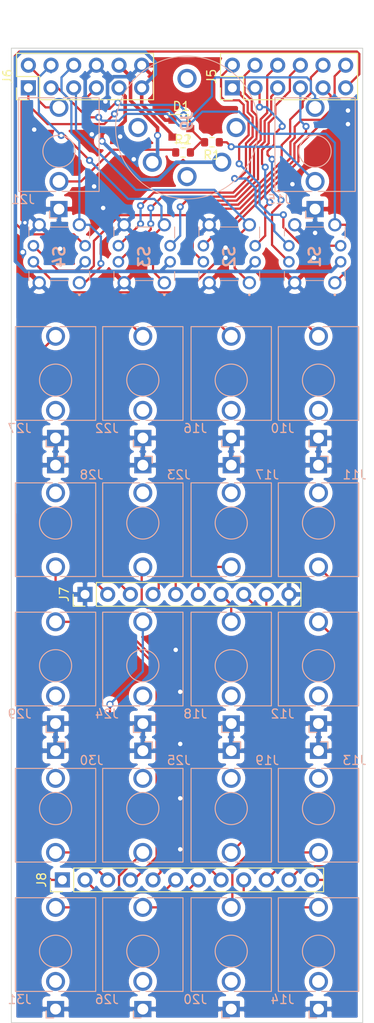
<source format=kicad_pcb>
(kicad_pcb (version 20171130) (host pcbnew "(5.1.10-1-10_14)")
  (layers (0 F.Cu signal) (31 B.Cu signal) (34 B.Paste user) (35 F.Paste user) (36 B.SilkS user) (37 F.SilkS user) (38 B.Mask user) (39 F.Mask user) (44 Edge.Cuts user))
  (net 0 "")
  (net 1 GND)
  (net 2 +3V3)
  (net 3 jack_detect_front)
  (net 4 button_d_front)
  (net 5 button_c_front)
  (net 6 button_b_front)
  (net 7 button_a_front)
  (net 8 led_out_d_b_front)
  (net 9 led_out_d_g_front)
  (net 10 led_out_d_r_front)
  (net 11 led_out_c_b_front)
  (net 12 led_out_c_g_front)
  (net 13 led_out_c_r_front)
  (net 14 led_out_b_b_front)
  (net 15 led_out_b_g_front)
  (net 16 led_out_b_r_front)
  (net 17 led_out_a_b_front)
  (net 18 led_out_a_g_front)
  (net 19 led_out_a_r_front)
  (net 20 var_out_front)
  (net 21 1_16_out_front)
  (net 22 run_out_front)
  (net 23 clock_out_front)
  (net 24 gate_out_d_front)
  (net 25 gate_out_c_front)
  (net 26 gate_out_b_front)
  (net 27 gate_out_a_front)
  (net 28 dac8_out_h_front)
  (net 29 dac8_out_g_front)
  (net 30 dac8_out_f_front)
  (net 31 dac8_out_e_front)
  (net 32 dac8_out_d_front)
  (net 33 dac8_out_c_front)
  (net 34 dac8_out_b_front)
  (net 35 dac8_out_a_front)
  (net 36 dac4_out_d_front)
  (net 37 dac4_out_c_front)
  (net 38 dac4_out_b_front)
  (net 39 dac4_out_a_front)
  (net 40 cv_in_b_front)
  (net 41 cv_in_a_front)
  (net 42 midi_in-_front)
  (net 43 midi_in+_front)
  (net 44 "Net-(J9-Pad3)")
  (net 45 "Net-(J9-Pad1)")
  (net 46 "Net-(J15-PadTN)")
  (net 47 "Net-(J21-PadTN)")
  (net 48 "Net-(J9-Pad5)")
  (net 49 "Net-(J10-PadTN)")
  (net 50 "Net-(J11-PadTN)")
  (net 51 "Net-(J12-PadTN)")
  (net 52 "Net-(J13-PadTN)")
  (net 53 "Net-(J14-PadTN)")
  (net 54 "Net-(J16-PadTN)")
  (net 55 "Net-(J17-PadTN)")
  (net 56 "Net-(J18-PadTN)")
  (net 57 "Net-(J19-PadTN)")
  (net 58 "Net-(J20-PadTN)")
  (net 59 "Net-(J22-PadTN)")
  (net 60 "Net-(J23-PadTN)")
  (net 61 "Net-(J24-PadTN)")
  (net 62 "Net-(J25-PadTN)")
  (net 63 "Net-(J26-PadTN)")
  (net 64 "Net-(J27-PadTN)")
  (net 65 "Net-(J28-PadTN)")
  (net 66 "Net-(J29-PadTN)")
  (net 67 "Net-(J30-PadTN)")
  (net 68 "Net-(J31-PadTN)")
  (module TC002-N11AS1XKT-RGB:TC002N11AS1XKTRGB (layer B.Cu) (at 51.943 51.689 90)
    (fp_text reference S3 (at 2.925 -2.25 270) (layer B.SilkS) (effects (font (size 1.27 1.27) (thickness 0.254)) (justify mirror)))
    (fp_text value TC002-N11AS1XKT-RGB hide)
    (pad 8 thru_hole circle (at 2.35 -5.15 90) (size 1.3 1.3) (drill 0.8) (layers *.Cu *.Mask) (net 14 led_out_b_b_front))
    (pad 7 thru_hole circle (at 4.15 -5.15 90) (size 1.3 1.3) (drill 0.8) (layers *.Cu *.Mask) (net 16 led_out_b_r_front))
    (pad 6 thru_hole circle (at 4.15 0.65 90) (size 1.3 1.3) (drill 0.8) (layers *.Cu *.Mask) (net 15 led_out_b_g_front))
    (pad 5 thru_hole circle (at 2.35 0.65 90) (size 1.3 1.3) (drill 0.8) (layers *.Cu *.Mask) (net 2 +3V3))
    (pad 4 thru_hole circle (at 6.5 -4.5 90) (size 1.5 1.5) (drill 1) (layers *.Cu *.Mask) (net 1 GND))
    (pad 3 thru_hole circle (at 0 -4.5 90) (size 1.5 1.5) (drill 1) (layers *.Cu *.Mask) (net 1 GND))
    (pad 2 thru_hole circle (at 6.5 0 90) (size 1.5 1.5) (drill 1) (layers *.Cu *.Mask) (net 6 button_b_front))
    (pad 1 thru_hole circle (at 0 0 90) (size 1.5 1.5) (drill 1) (layers *.Cu *.Mask) (net 6 button_b_front))
  )
  (module Connector_PinHeader_2.54mm:PinHeader_1x12_P2.54mm_Vertical (layer F.Cu) (at 40.513 118.618 90)
    (fp_text reference J8 (at 0 -2.33 90) (layer F.SilkS))
    (fp_text value Conn_01x12)
    (pad 12 thru_hole oval (at 0 27.94 90) (size 1.7 1.7) (drill 1) (layers *.Cu *.Mask) (net 39 dac4_out_a_front))
    (pad 11 thru_hole oval (at 0 25.4 90) (size 1.7 1.7) (drill 1) (layers *.Cu *.Mask) (net 38 dac4_out_b_front))
    (pad 10 thru_hole oval (at 0 22.86 90) (size 1.7 1.7) (drill 1) (layers *.Cu *.Mask) (net 37 dac4_out_c_front))
    (pad 9 thru_hole oval (at 0 20.32 90) (size 1.7 1.7) (drill 1) (layers *.Cu *.Mask) (net 36 dac4_out_d_front))
    (pad 8 thru_hole oval (at 0 17.78 90) (size 1.7 1.7) (drill 1) (layers *.Cu *.Mask) (net 35 dac8_out_a_front))
    (pad 7 thru_hole oval (at 0 15.24 90) (size 1.7 1.7) (drill 1) (layers *.Cu *.Mask) (net 29 dac8_out_g_front))
    (pad 6 thru_hole oval (at 0 12.7 90) (size 1.7 1.7) (drill 1) (layers *.Cu *.Mask) (net 28 dac8_out_h_front))
    (pad 5 thru_hole oval (at 0 10.16 90) (size 1.7 1.7) (drill 1) (layers *.Cu *.Mask) (net 34 dac8_out_b_front))
    (pad 4 thru_hole oval (at 0 7.62 90) (size 1.7 1.7) (drill 1) (layers *.Cu *.Mask) (net 32 dac8_out_d_front))
    (pad 3 thru_hole oval (at 0 5.08 90) (size 1.7 1.7) (drill 1) (layers *.Cu *.Mask) (net 30 dac8_out_f_front))
    (pad 2 thru_hole oval (at 0 2.54 90) (size 1.7 1.7) (drill 1) (layers *.Cu *.Mask) (net 31 dac8_out_e_front))
    (pad 1 thru_hole rect (at 0 0 90) (size 1.7 1.7) (drill 1) (layers *.Cu *.Mask) (net 33 dac8_out_c_front))
  )
  (module Connector_PinHeader_2.54mm:PinHeader_1x10_P2.54mm_Vertical (layer F.Cu) (at 43.053 86.614 90)
    (fp_text reference J7 (at 0 -2.33 90) (layer F.SilkS))
    (fp_text value Conn_01x10)
    (pad 10 thru_hole oval (at 0 22.86 90) (size 1.7 1.7) (drill 1) (layers *.Cu *.Mask) (net 1 GND))
    (pad 9 thru_hole oval (at 0 20.32 90) (size 1.7 1.7) (drill 1) (layers *.Cu *.Mask) (net 24 gate_out_d_front))
    (pad 8 thru_hole oval (at 0 17.78 90) (size 1.7 1.7) (drill 1) (layers *.Cu *.Mask) (net 25 gate_out_c_front))
    (pad 7 thru_hole oval (at 0 15.24 90) (size 1.7 1.7) (drill 1) (layers *.Cu *.Mask) (net 26 gate_out_b_front))
    (pad 6 thru_hole oval (at 0 12.7 90) (size 1.7 1.7) (drill 1) (layers *.Cu *.Mask) (net 27 gate_out_a_front))
    (pad 5 thru_hole oval (at 0 10.16 90) (size 1.7 1.7) (drill 1) (layers *.Cu *.Mask) (net 20 var_out_front))
    (pad 4 thru_hole oval (at 0 7.62 90) (size 1.7 1.7) (drill 1) (layers *.Cu *.Mask) (net 21 1_16_out_front))
    (pad 3 thru_hole oval (at 0 5.08 90) (size 1.7 1.7) (drill 1) (layers *.Cu *.Mask) (net 22 run_out_front))
    (pad 2 thru_hole oval (at 0 2.54 90) (size 1.7 1.7) (drill 1) (layers *.Cu *.Mask) (net 23 clock_out_front))
    (pad 1 thru_hole rect (at 0 0 90) (size 1.7 1.7) (drill 1) (layers *.Cu *.Mask) (net 1 GND))
  )
  (module Connector_PinHeader_2.54mm:PinHeader_2x06_P2.54mm_Vertical (layer F.Cu) (at 36.703 29.845 90)
    (fp_text reference J6 (at 1.27 -2.33 90) (layer F.SilkS))
    (fp_text value Conn_02x06_Odd_Even)
    (pad 12 thru_hole oval (at 2.54 12.7 90) (size 1.7 1.7) (drill 1) (layers *.Cu *.Mask) (net 1 GND))
    (pad 11 thru_hole oval (at 0 12.7 90) (size 1.7 1.7) (drill 1) (layers *.Cu *.Mask) (net 2 +3V3))
    (pad 10 thru_hole oval (at 2.54 10.16 90) (size 1.7 1.7) (drill 1) (layers *.Cu *.Mask) (net 43 midi_in+_front))
    (pad 9 thru_hole oval (at 0 10.16 90) (size 1.7 1.7) (drill 1) (layers *.Cu *.Mask) (net 42 midi_in-_front))
    (pad 8 thru_hole oval (at 2.54 7.62 90) (size 1.7 1.7) (drill 1) (layers *.Cu *.Mask) (net 1 GND))
    (pad 7 thru_hole oval (at 0 7.62 90) (size 1.7 1.7) (drill 1) (layers *.Cu *.Mask) (net 3 jack_detect_front))
    (pad 6 thru_hole oval (at 2.54 5.08 90) (size 1.7 1.7) (drill 1) (layers *.Cu *.Mask) (net 4 button_d_front))
    (pad 5 thru_hole oval (at 0 5.08 90) (size 1.7 1.7) (drill 1) (layers *.Cu *.Mask) (net 5 button_c_front))
    (pad 4 thru_hole oval (at 2.54 2.54 90) (size 1.7 1.7) (drill 1) (layers *.Cu *.Mask) (net 6 button_b_front))
    (pad 3 thru_hole oval (at 0 2.54 90) (size 1.7 1.7) (drill 1) (layers *.Cu *.Mask) (net 7 button_a_front))
    (pad 2 thru_hole oval (at 2.54 0 90) (size 1.7 1.7) (drill 1) (layers *.Cu *.Mask) (net 40 cv_in_b_front))
    (pad 1 thru_hole rect (at 0 0 90) (size 1.7 1.7) (drill 1) (layers *.Cu *.Mask) (net 41 cv_in_a_front))
  )
  (module Connector_PinHeader_2.54mm:PinHeader_2x06_P2.54mm_Vertical (layer F.Cu) (at 59.563 29.845 90)
    (fp_text reference J5 (at 1.27 -2.33 90) (layer F.SilkS))
    (fp_text value Conn_02x06_Odd_Even)
    (pad 12 thru_hole oval (at 2.54 12.7 90) (size 1.7 1.7) (drill 1) (layers *.Cu *.Mask) (net 8 led_out_d_b_front))
    (pad 11 thru_hole oval (at 0 12.7 90) (size 1.7 1.7) (drill 1) (layers *.Cu *.Mask) (net 9 led_out_d_g_front))
    (pad 10 thru_hole oval (at 2.54 10.16 90) (size 1.7 1.7) (drill 1) (layers *.Cu *.Mask) (net 10 led_out_d_r_front))
    (pad 9 thru_hole oval (at 0 10.16 90) (size 1.7 1.7) (drill 1) (layers *.Cu *.Mask) (net 11 led_out_c_b_front))
    (pad 8 thru_hole oval (at 2.54 7.62 90) (size 1.7 1.7) (drill 1) (layers *.Cu *.Mask) (net 12 led_out_c_g_front))
    (pad 7 thru_hole oval (at 0 7.62 90) (size 1.7 1.7) (drill 1) (layers *.Cu *.Mask) (net 13 led_out_c_r_front))
    (pad 6 thru_hole oval (at 2.54 5.08 90) (size 1.7 1.7) (drill 1) (layers *.Cu *.Mask) (net 14 led_out_b_b_front))
    (pad 5 thru_hole oval (at 0 5.08 90) (size 1.7 1.7) (drill 1) (layers *.Cu *.Mask) (net 15 led_out_b_g_front))
    (pad 4 thru_hole oval (at 2.54 2.54 90) (size 1.7 1.7) (drill 1) (layers *.Cu *.Mask) (net 16 led_out_b_r_front))
    (pad 3 thru_hole oval (at 0 2.54 90) (size 1.7 1.7) (drill 1) (layers *.Cu *.Mask) (net 17 led_out_a_b_front))
    (pad 2 thru_hole oval (at 2.54 0 90) (size 1.7 1.7) (drill 1) (layers *.Cu *.Mask) (net 18 led_out_a_g_front))
    (pad 1 thru_hole rect (at 0 0 90) (size 1.7 1.7) (drill 1) (layers *.Cu *.Mask) (net 19 led_out_a_r_front))
  )
  (module TC002-N11AS1XKT-RGB:TC002N11AS1XKTRGB (layer B.Cu) (at 42.418 51.689 90)
    (fp_text reference S4 (at 2.925 -2.25 270) (layer B.SilkS) (effects (font (size 1.27 1.27) (thickness 0.254)) (justify mirror)))
    (fp_text value TC002-N11AS1XKT-RGB hide)
    (pad 8 thru_hole circle (at 2.35 -5.15 90) (size 1.3 1.3) (drill 0.8) (layers *.Cu *.Mask) (net 8 led_out_d_b_front))
    (pad 7 thru_hole circle (at 4.15 -5.15 90) (size 1.3 1.3) (drill 0.8) (layers *.Cu *.Mask) (net 10 led_out_d_r_front))
    (pad 6 thru_hole circle (at 4.15 0.65 90) (size 1.3 1.3) (drill 0.8) (layers *.Cu *.Mask) (net 9 led_out_d_g_front))
    (pad 5 thru_hole circle (at 2.35 0.65 90) (size 1.3 1.3) (drill 0.8) (layers *.Cu *.Mask) (net 2 +3V3))
    (pad 4 thru_hole circle (at 6.5 -4.5 90) (size 1.5 1.5) (drill 1) (layers *.Cu *.Mask) (net 1 GND))
    (pad 3 thru_hole circle (at 0 -4.5 90) (size 1.5 1.5) (drill 1) (layers *.Cu *.Mask) (net 1 GND))
    (pad 2 thru_hole circle (at 6.5 0 90) (size 1.5 1.5) (drill 1) (layers *.Cu *.Mask) (net 4 button_d_front))
    (pad 1 thru_hole circle (at 0 0 90) (size 1.5 1.5) (drill 1) (layers *.Cu *.Mask) (net 4 button_d_front))
  )
  (module TC002-N11AS1XKT-RGB:TC002N11AS1XKTRGB (layer B.Cu) (at 61.468 51.689 90)
    (fp_text reference S2 (at 2.925 -2.25 270) (layer B.SilkS) (effects (font (size 1.27 1.27) (thickness 0.254)) (justify mirror)))
    (fp_text value TC002-N11AS1XKT-RGB hide)
    (pad 8 thru_hole circle (at 2.35 -5.15 90) (size 1.3 1.3) (drill 0.8) (layers *.Cu *.Mask) (net 11 led_out_c_b_front))
    (pad 7 thru_hole circle (at 4.15 -5.15 90) (size 1.3 1.3) (drill 0.8) (layers *.Cu *.Mask) (net 13 led_out_c_r_front))
    (pad 6 thru_hole circle (at 4.15 0.65 90) (size 1.3 1.3) (drill 0.8) (layers *.Cu *.Mask) (net 12 led_out_c_g_front))
    (pad 5 thru_hole circle (at 2.35 0.65 90) (size 1.3 1.3) (drill 0.8) (layers *.Cu *.Mask) (net 2 +3V3))
    (pad 4 thru_hole circle (at 6.5 -4.5 90) (size 1.5 1.5) (drill 1) (layers *.Cu *.Mask) (net 1 GND))
    (pad 3 thru_hole circle (at 0 -4.5 90) (size 1.5 1.5) (drill 1) (layers *.Cu *.Mask) (net 1 GND))
    (pad 2 thru_hole circle (at 6.5 0 90) (size 1.5 1.5) (drill 1) (layers *.Cu *.Mask) (net 5 button_c_front))
    (pad 1 thru_hole circle (at 0 0 90) (size 1.5 1.5) (drill 1) (layers *.Cu *.Mask) (net 5 button_c_front))
  )
  (module TC002-N11AS1XKT-RGB:TC002N11AS1XKTRGB (layer B.Cu) (at 71.048 51.689 90)
    (fp_text reference S1 (at 2.925 -2.25 270) (layer B.SilkS) (effects (font (size 1.27 1.27) (thickness 0.254)) (justify mirror)))
    (fp_text value TC002-N11AS1XKT-RGB hide)
    (pad 8 thru_hole circle (at 2.35 -5.15 90) (size 1.3 1.3) (drill 0.8) (layers *.Cu *.Mask) (net 17 led_out_a_b_front))
    (pad 7 thru_hole circle (at 4.15 -5.15 90) (size 1.3 1.3) (drill 0.8) (layers *.Cu *.Mask) (net 19 led_out_a_r_front))
    (pad 6 thru_hole circle (at 4.15 0.65 90) (size 1.3 1.3) (drill 0.8) (layers *.Cu *.Mask) (net 18 led_out_a_g_front))
    (pad 5 thru_hole circle (at 2.35 0.65 90) (size 1.3 1.3) (drill 0.8) (layers *.Cu *.Mask) (net 2 +3V3))
    (pad 4 thru_hole circle (at 6.5 -4.5 90) (size 1.5 1.5) (drill 1) (layers *.Cu *.Mask) (net 1 GND))
    (pad 3 thru_hole circle (at 0 -4.5 90) (size 1.5 1.5) (drill 1) (layers *.Cu *.Mask) (net 1 GND))
    (pad 2 thru_hole circle (at 6.5 0 90) (size 1.5 1.5) (drill 1) (layers *.Cu *.Mask) (net 7 button_a_front))
    (pad 1 thru_hole circle (at 0 0 90) (size 1.5 1.5) (drill 1) (layers *.Cu *.Mask) (net 7 button_a_front))
  )
  (module Resistor_SMD:R_0603_1608Metric (layer F.Cu) (at 54.039 37.084)
    (fp_text reference R2 (at 0 -1.43) (layer F.SilkS))
    (fp_text value 100k)
    (pad 2 smd roundrect (at 0.825 0) (size 0.8 0.95) (layers F.Cu F.Paste F.Mask) (net 3 jack_detect_front))
    (pad 1 smd roundrect (at -0.825 0) (size 0.8 0.95) (layers F.Cu F.Paste F.Mask) (net 47 "Net-(J21-PadTN)"))
  )
  (module Resistor_SMD:R_0603_1608Metric (layer F.Cu) (at 57.277 35.941 180)
    (fp_text reference R1 (at 0 -1.43) (layer F.SilkS))
    (fp_text value 100k)
    (pad 2 smd roundrect (at 0.825 0 180) (size 0.8 0.95) (layers F.Cu F.Paste F.Mask) (net 3 jack_detect_front))
    (pad 1 smd roundrect (at -0.825 0 180) (size 0.8 0.95) (layers F.Cu F.Paste F.Mask) (net 46 "Net-(J15-PadTN)"))
  )
  (module SD-50BV:SD-50BV (layer B.Cu) (at 54.483 34.29 90)
    (fp_text reference J9 (at 0.676 -0.014 270) (layer B.SilkS) (effects (font (size 1.27 1.27) (thickness 0.254)) (justify mirror)))
    (fp_text value SD-50BV hide)
    (pad 6 thru_hole circle (at 5.5 0 90) (size 2.15 2.15) (drill 1.4) (layers *.Cu *.Mask))
    (pad 5 thru_hole circle (at 0 5.5 90) (size 2.15 2.15) (drill 1.4) (layers *.Cu *.Mask) (net 48 "Net-(J9-Pad5)"))
    (pad 4 thru_hole circle (at -3.88909 3.88909 90) (size 2.15 2.15) (drill 1.4) (layers *.Cu *.Mask) (net 42 midi_in-_front))
    (pad 3 thru_hole circle (at -5.5 0 90) (size 2.15 2.15) (drill 1.4) (layers *.Cu *.Mask) (net 44 "Net-(J9-Pad3)"))
    (pad 2 thru_hole circle (at -3.88909 -3.88909 90) (size 2.15 2.15) (drill 1.4) (layers *.Cu *.Mask) (net 43 midi_in+_front))
    (pad 1 thru_hole circle (at 0 -5.5 90) (size 2.15 2.15) (drill 1.4) (layers *.Cu *.Mask) (net 45 "Net-(J9-Pad1)"))
  )
  (module Connector_Audio:Jack_3.5mm_QingPu_WQP-PJ398SM_Vertical_CircularHoles (layer B.Cu) (at 39.751 133.096)
    (fp_text reference J31 (at -4.03 -1.08 180) (layer B.SilkS) (effects (justify mirror)))
    (fp_text value PJ398SM)
    (pad T thru_hole circle (at 0 -11.4 180) (size 2.13 2.13) (drill 1.43) (layers *.Cu *.Mask) (net 28 dac8_out_h_front))
    (pad S thru_hole rect (at 0 0 180) (size 1.93 1.83) (drill 1.22) (layers *.Cu *.Mask) (net 1 GND))
    (pad TN thru_hole circle (at 0 -3.1 180) (size 2.13 2.13) (drill 1.42) (layers *.Cu *.Mask) (net 68 "Net-(J31-PadTN)"))
  )
  (module Connector_Audio:Jack_3.5mm_QingPu_WQP-PJ398SM_Vertical_CircularHoles (layer B.Cu) (at 39.751 104.14 180)
    (fp_text reference J30 (at -4.03 -1.08 180) (layer B.SilkS) (effects (justify mirror)))
    (fp_text value PJ398SM)
    (pad T thru_hole circle (at 0 -11.4) (size 2.13 2.13) (drill 1.43) (layers *.Cu *.Mask) (net 30 dac8_out_f_front))
    (pad S thru_hole rect (at 0 0) (size 1.93 1.83) (drill 1.22) (layers *.Cu *.Mask) (net 1 GND))
    (pad TN thru_hole circle (at 0 -3.1) (size 2.13 2.13) (drill 1.42) (layers *.Cu *.Mask) (net 67 "Net-(J30-PadTN)"))
  )
  (module Connector_Audio:Jack_3.5mm_QingPu_WQP-PJ398SM_Vertical_CircularHoles (layer B.Cu) (at 39.751 101.092)
    (fp_text reference J29 (at -4.03 -1.08 180) (layer B.SilkS) (effects (justify mirror)))
    (fp_text value PJ398SM)
    (pad T thru_hole circle (at 0 -11.4 180) (size 2.13 2.13) (drill 1.43) (layers *.Cu *.Mask) (net 32 dac8_out_d_front))
    (pad S thru_hole rect (at 0 0 180) (size 1.93 1.83) (drill 1.22) (layers *.Cu *.Mask) (net 1 GND))
    (pad TN thru_hole circle (at 0 -3.1 180) (size 2.13 2.13) (drill 1.42) (layers *.Cu *.Mask) (net 66 "Net-(J29-PadTN)"))
  )
  (module Connector_Audio:Jack_3.5mm_QingPu_WQP-PJ398SM_Vertical_CircularHoles (layer B.Cu) (at 39.751 72.136 180)
    (fp_text reference J28 (at -4.03 -1.08 180) (layer B.SilkS) (effects (justify mirror)))
    (fp_text value PJ398SM)
    (pad T thru_hole circle (at 0 -11.4) (size 2.13 2.13) (drill 1.43) (layers *.Cu *.Mask) (net 34 dac8_out_b_front))
    (pad S thru_hole rect (at 0 0) (size 1.93 1.83) (drill 1.22) (layers *.Cu *.Mask) (net 1 GND))
    (pad TN thru_hole circle (at 0 -3.1) (size 2.13 2.13) (drill 1.42) (layers *.Cu *.Mask) (net 65 "Net-(J28-PadTN)"))
  )
  (module Connector_Audio:Jack_3.5mm_QingPu_WQP-PJ398SM_Vertical_CircularHoles (layer B.Cu) (at 39.751 69.088)
    (fp_text reference J27 (at -4.03 -1.08 180) (layer B.SilkS) (effects (justify mirror)))
    (fp_text value PJ398SM)
    (pad T thru_hole circle (at 0 -11.4 180) (size 2.13 2.13) (drill 1.43) (layers *.Cu *.Mask) (net 20 var_out_front))
    (pad S thru_hole rect (at 0 0 180) (size 1.93 1.83) (drill 1.22) (layers *.Cu *.Mask) (net 1 GND))
    (pad TN thru_hole circle (at 0 -3.1 180) (size 2.13 2.13) (drill 1.42) (layers *.Cu *.Mask) (net 64 "Net-(J27-PadTN)"))
  )
  (module Connector_Audio:Jack_3.5mm_QingPu_WQP-PJ398SM_Vertical_CircularHoles (layer B.Cu) (at 49.53 133.096)
    (fp_text reference J26 (at -4.03 -1.08 180) (layer B.SilkS) (effects (justify mirror)))
    (fp_text value PJ398SM)
    (pad T thru_hole circle (at 0 -11.4 180) (size 2.13 2.13) (drill 1.43) (layers *.Cu *.Mask) (net 29 dac8_out_g_front))
    (pad S thru_hole rect (at 0 0 180) (size 1.93 1.83) (drill 1.22) (layers *.Cu *.Mask) (net 1 GND))
    (pad TN thru_hole circle (at 0 -3.1 180) (size 2.13 2.13) (drill 1.42) (layers *.Cu *.Mask) (net 63 "Net-(J26-PadTN)"))
  )
  (module Connector_Audio:Jack_3.5mm_QingPu_WQP-PJ398SM_Vertical_CircularHoles (layer B.Cu) (at 49.53 104.14 180)
    (fp_text reference J25 (at -4.03 -1.08 180) (layer B.SilkS) (effects (justify mirror)))
    (fp_text value PJ398SM)
    (pad T thru_hole circle (at 0 -11.4) (size 2.13 2.13) (drill 1.43) (layers *.Cu *.Mask) (net 31 dac8_out_e_front))
    (pad S thru_hole rect (at 0 0) (size 1.93 1.83) (drill 1.22) (layers *.Cu *.Mask) (net 1 GND))
    (pad TN thru_hole circle (at 0 -3.1) (size 2.13 2.13) (drill 1.42) (layers *.Cu *.Mask) (net 62 "Net-(J25-PadTN)"))
  )
  (module Connector_Audio:Jack_3.5mm_QingPu_WQP-PJ398SM_Vertical_CircularHoles (layer B.Cu) (at 49.53 101.092)
    (fp_text reference J24 (at -4.03 -1.08 180) (layer B.SilkS) (effects (justify mirror)))
    (fp_text value PJ398SM)
    (pad TN thru_hole circle (at 0 -3.1 180) (size 2.13 2.13) (drill 1.42) (layers *.Cu *.Mask) (net 61 "Net-(J24-PadTN)"))
    (pad S thru_hole rect (at 0 0 180) (size 1.93 1.83) (drill 1.22) (layers *.Cu *.Mask) (net 1 GND))
    (pad T thru_hole circle (at 0 -11.4 180) (size 2.13 2.13) (drill 1.43) (layers *.Cu *.Mask) (net 33 dac8_out_c_front))
  )
  (module Connector_Audio:Jack_3.5mm_QingPu_WQP-PJ398SM_Vertical_CircularHoles (layer B.Cu) (at 49.53 72.136 180)
    (fp_text reference J23 (at -4.03 -1.08 180) (layer B.SilkS) (effects (justify mirror)))
    (fp_text value PJ398SM)
    (pad T thru_hole circle (at 0 -11.4) (size 2.13 2.13) (drill 1.43) (layers *.Cu *.Mask) (net 35 dac8_out_a_front))
    (pad S thru_hole rect (at 0 0) (size 1.93 1.83) (drill 1.22) (layers *.Cu *.Mask) (net 1 GND))
    (pad TN thru_hole circle (at 0 -3.1) (size 2.13 2.13) (drill 1.42) (layers *.Cu *.Mask) (net 60 "Net-(J23-PadTN)"))
  )
  (module Connector_Audio:Jack_3.5mm_QingPu_WQP-PJ398SM_Vertical_CircularHoles (layer B.Cu) (at 49.53 69.088)
    (fp_text reference J22 (at -4.03 -1.08 180) (layer B.SilkS) (effects (justify mirror)))
    (fp_text value PJ398SM)
    (pad T thru_hole circle (at 0 -11.4 180) (size 2.13 2.13) (drill 1.43) (layers *.Cu *.Mask) (net 21 1_16_out_front))
    (pad S thru_hole rect (at 0 0 180) (size 1.93 1.83) (drill 1.22) (layers *.Cu *.Mask) (net 1 GND))
    (pad TN thru_hole circle (at 0 -3.1 180) (size 2.13 2.13) (drill 1.42) (layers *.Cu *.Mask) (net 59 "Net-(J22-PadTN)"))
  )
  (module Connector_Audio:Jack_3.5mm_QingPu_WQP-PJ398SM_Vertical_CircularHoles (layer B.Cu) (at 40.132 43.434)
    (fp_text reference J21 (at -4.03 -1.08 180) (layer B.SilkS) (effects (justify mirror)))
    (fp_text value PJ398SM)
    (pad T thru_hole circle (at 0 -11.4 180) (size 2.13 2.13) (drill 1.43) (layers *.Cu *.Mask) (net 40 cv_in_b_front))
    (pad S thru_hole rect (at 0 0 180) (size 1.93 1.83) (drill 1.22) (layers *.Cu *.Mask) (net 1 GND))
    (pad TN thru_hole circle (at 0 -3.1 180) (size 2.13 2.13) (drill 1.42) (layers *.Cu *.Mask) (net 47 "Net-(J21-PadTN)"))
  )
  (module Connector_Audio:Jack_3.5mm_QingPu_WQP-PJ398SM_Vertical_CircularHoles (layer B.Cu) (at 68.834 43.434)
    (fp_text reference J15 (at -4.03 -1.08 180) (layer B.SilkS) (effects (justify mirror)))
    (fp_text value PJ398SM)
    (pad T thru_hole circle (at 0 -11.4 180) (size 2.13 2.13) (drill 1.43) (layers *.Cu *.Mask) (net 41 cv_in_a_front))
    (pad S thru_hole rect (at 0 0 180) (size 1.93 1.83) (drill 1.22) (layers *.Cu *.Mask) (net 1 GND))
    (pad TN thru_hole circle (at 0 -3.1 180) (size 2.13 2.13) (drill 1.42) (layers *.Cu *.Mask) (net 46 "Net-(J15-PadTN)"))
  )
  (module Connector_Audio:Jack_3.5mm_QingPu_WQP-PJ398SM_Vertical_CircularHoles (layer B.Cu) (at 59.436 133.096)
    (fp_text reference J20 (at -4.03 -1.08 180) (layer B.SilkS) (effects (justify mirror)))
    (fp_text value PJ398SM)
    (pad T thru_hole circle (at 0 -11.4 180) (size 2.13 2.13) (drill 1.43) (layers *.Cu *.Mask) (net 24 gate_out_d_front))
    (pad S thru_hole rect (at 0 0 180) (size 1.93 1.83) (drill 1.22) (layers *.Cu *.Mask) (net 1 GND))
    (pad TN thru_hole circle (at 0 -3.1 180) (size 2.13 2.13) (drill 1.42) (layers *.Cu *.Mask) (net 58 "Net-(J20-PadTN)"))
  )
  (module Connector_Audio:Jack_3.5mm_QingPu_WQP-PJ398SM_Vertical_CircularHoles (layer B.Cu) (at 59.436 104.14 180)
    (fp_text reference J19 (at -4.03 -1.08 180) (layer B.SilkS) (effects (justify mirror)))
    (fp_text value PJ398SM)
    (pad T thru_hole circle (at 0 -11.4) (size 2.13 2.13) (drill 1.43) (layers *.Cu *.Mask) (net 25 gate_out_c_front))
    (pad S thru_hole rect (at 0 0) (size 1.93 1.83) (drill 1.22) (layers *.Cu *.Mask) (net 1 GND))
    (pad TN thru_hole circle (at 0 -3.1) (size 2.13 2.13) (drill 1.42) (layers *.Cu *.Mask) (net 57 "Net-(J19-PadTN)"))
  )
  (module Connector_Audio:Jack_3.5mm_QingPu_WQP-PJ398SM_Vertical_CircularHoles (layer B.Cu) (at 59.436 101.092)
    (fp_text reference J18 (at -4.03 -1.08 180) (layer B.SilkS) (effects (justify mirror)))
    (fp_text value PJ398SM)
    (pad T thru_hole circle (at 0 -11.4 180) (size 2.13 2.13) (drill 1.43) (layers *.Cu *.Mask) (net 26 gate_out_b_front))
    (pad S thru_hole rect (at 0 0 180) (size 1.93 1.83) (drill 1.22) (layers *.Cu *.Mask) (net 1 GND))
    (pad TN thru_hole circle (at 0 -3.1 180) (size 2.13 2.13) (drill 1.42) (layers *.Cu *.Mask) (net 56 "Net-(J18-PadTN)"))
  )
  (module Connector_Audio:Jack_3.5mm_QingPu_WQP-PJ398SM_Vertical_CircularHoles (layer B.Cu) (at 59.436 72.136 180)
    (fp_text reference J17 (at -4.03 -1.08 180) (layer B.SilkS) (effects (justify mirror)))
    (fp_text value PJ398SM)
    (pad T thru_hole circle (at 0 -11.4) (size 2.13 2.13) (drill 1.43) (layers *.Cu *.Mask) (net 27 gate_out_a_front))
    (pad S thru_hole rect (at 0 0) (size 1.93 1.83) (drill 1.22) (layers *.Cu *.Mask) (net 1 GND))
    (pad TN thru_hole circle (at 0 -3.1) (size 2.13 2.13) (drill 1.42) (layers *.Cu *.Mask) (net 55 "Net-(J17-PadTN)"))
  )
  (module Connector_Audio:Jack_3.5mm_QingPu_WQP-PJ398SM_Vertical_CircularHoles (layer B.Cu) (at 59.436 69.088)
    (fp_text reference J16 (at -4.03 -1.08 180) (layer B.SilkS) (effects (justify mirror)))
    (fp_text value PJ398SM)
    (pad T thru_hole circle (at 0 -11.4 180) (size 2.13 2.13) (drill 1.43) (layers *.Cu *.Mask) (net 22 run_out_front))
    (pad S thru_hole rect (at 0 0 180) (size 1.93 1.83) (drill 1.22) (layers *.Cu *.Mask) (net 1 GND))
    (pad TN thru_hole circle (at 0 -3.1 180) (size 2.13 2.13) (drill 1.42) (layers *.Cu *.Mask) (net 54 "Net-(J16-PadTN)"))
  )
  (module Connector_Audio:Jack_3.5mm_QingPu_WQP-PJ398SM_Vertical_CircularHoles (layer B.Cu) (at 69.215 133.096)
    (fp_text reference J14 (at -4.03 -1.08 180) (layer B.SilkS) (effects (justify mirror)))
    (fp_text value PJ398SM)
    (pad TN thru_hole circle (at 0 -3.1 180) (size 2.13 2.13) (drill 1.42) (layers *.Cu *.Mask) (net 53 "Net-(J14-PadTN)"))
    (pad S thru_hole rect (at 0 0 180) (size 1.93 1.83) (drill 1.22) (layers *.Cu *.Mask) (net 1 GND))
    (pad T thru_hole circle (at 0 -11.4 180) (size 2.13 2.13) (drill 1.43) (layers *.Cu *.Mask) (net 36 dac4_out_d_front))
  )
  (module Connector_Audio:Jack_3.5mm_QingPu_WQP-PJ398SM_Vertical_CircularHoles (layer B.Cu) (at 69.215 104.14 180)
    (fp_text reference J13 (at -4.03 -1.08 180) (layer B.SilkS) (effects (justify mirror)))
    (fp_text value PJ398SM)
    (pad T thru_hole circle (at 0 -11.4) (size 2.13 2.13) (drill 1.43) (layers *.Cu *.Mask) (net 37 dac4_out_c_front))
    (pad S thru_hole rect (at 0 0) (size 1.93 1.83) (drill 1.22) (layers *.Cu *.Mask) (net 1 GND))
    (pad TN thru_hole circle (at 0 -3.1) (size 2.13 2.13) (drill 1.42) (layers *.Cu *.Mask) (net 52 "Net-(J13-PadTN)"))
  )
  (module Connector_Audio:Jack_3.5mm_QingPu_WQP-PJ398SM_Vertical_CircularHoles (layer B.Cu) (at 69.215 101.092)
    (fp_text reference J12 (at -4.03 -1.08 180) (layer B.SilkS) (effects (justify mirror)))
    (fp_text value PJ398SM)
    (pad T thru_hole circle (at 0 -11.4 180) (size 2.13 2.13) (drill 1.43) (layers *.Cu *.Mask) (net 38 dac4_out_b_front))
    (pad S thru_hole rect (at 0 0 180) (size 1.93 1.83) (drill 1.22) (layers *.Cu *.Mask) (net 1 GND))
    (pad TN thru_hole circle (at 0 -3.1 180) (size 2.13 2.13) (drill 1.42) (layers *.Cu *.Mask) (net 51 "Net-(J12-PadTN)"))
  )
  (module Connector_Audio:Jack_3.5mm_QingPu_WQP-PJ398SM_Vertical_CircularHoles (layer B.Cu) (at 69.215 72.136 180)
    (fp_text reference J11 (at -4.03 -1.08 180) (layer B.SilkS) (effects (justify mirror)))
    (fp_text value PJ398SM)
    (pad T thru_hole circle (at 0 -11.4) (size 2.13 2.13) (drill 1.43) (layers *.Cu *.Mask) (net 39 dac4_out_a_front))
    (pad S thru_hole rect (at 0 0) (size 1.93 1.83) (drill 1.22) (layers *.Cu *.Mask) (net 1 GND))
    (pad TN thru_hole circle (at 0 -3.1) (size 2.13 2.13) (drill 1.42) (layers *.Cu *.Mask) (net 50 "Net-(J11-PadTN)"))
  )
  (module Connector_Audio:Jack_3.5mm_QingPu_WQP-PJ398SM_Vertical_CircularHoles (layer B.Cu) (at 69.215 69.088)
    (fp_text reference J10 (at -4.03 -1.08 180) (layer B.SilkS) (effects (justify mirror)))
    (fp_text value PJ398SM)
    (pad T thru_hole circle (at 0 -11.4 180) (size 2.13 2.13) (drill 1.43) (layers *.Cu *.Mask) (net 23 clock_out_front))
    (pad S thru_hole rect (at 0 0 180) (size 1.93 1.83) (drill 1.22) (layers *.Cu *.Mask) (net 1 GND))
    (pad TN thru_hole circle (at 0 -3.1 180) (size 2.13 2.13) (drill 1.42) (layers *.Cu *.Mask) (net 49 "Net-(J10-PadTN)"))
  )
  (module Package_TO_SOT_SMD:SOT-23 (layer F.Cu) (at 53.848 34.417)
    (fp_text reference D1 (at 0 -2.5) (layer F.SilkS))
    (fp_text value BAT54S)
    (pad 3 smd rect (at 1 0) (size 0.9 0.8) (layers F.Cu F.Paste F.Mask) (net 3 jack_detect_front))
    (pad 2 smd rect (at -1 0.95) (size 0.9 0.8) (layers F.Cu F.Paste F.Mask) (net 2 +3V3))
    (pad 1 smd rect (at -1 -0.95) (size 0.9 0.8) (layers F.Cu F.Paste F.Mask) (net 1 GND))
  )
  (gr_line (start 74.168 111.125) (end 74.168 129.286) (layer Edge.Cuts) (width 0.1))
  (gr_line (start 74.168 129.286) (end 74.168 134.62) (layer Edge.Cuts) (width 0.1))
  (gr_line (start 74.168 53.086) (end 74.168 111.125) (layer Edge.Cuts) (width 0.1))
  (gr_line (start 74.168 32.766) (end 74.168 53.086) (layer Edge.Cuts) (width 0.1))
  (gr_line (start 74.168 25.4) (end 74.168 32.766) (layer Edge.Cuts) (width 0.1))
  (gr_line (start 34.798 25.4) (end 34.798 134.62) (layer Edge.Cuts) (width 0.1))
  (gr_line (start 74.168 25.4) (end 34.798 25.4) (layer Edge.Cuts) (width 0.1))
  (gr_line (start 34.798 134.62) (end 74.168 134.62) (layer Edge.Cuts) (width 0.1))
  (segment (start 49.403 27.305) (end 50.815543 28.717543) (width 0.4) (layer F.Cu) (net 1))
  (segment (start 50.815543 28.717543) (end 50.815543 32.242457) (width 0.4) (layer F.Cu) (net 1))
  (segment (start 52.040086 33.467) (end 52.848 33.467) (width 0.4) (layer F.Cu) (net 1))
  (segment (start 50.815543 32.242457) (end 52.040086 33.467) (width 0.4) (layer F.Cu) (net 1))
  (via (at 45.339 31.369) (size 0.8) (drill 0.5) (layers F.Cu B.Cu) (net 1))
  (segment (start 45.573001 31.134999) (end 45.339 31.369) (width 0.4) (layer B.Cu) (net 1))
  (segment (start 45.573001 29.284997) (end 45.573001 31.134999) (width 0.4) (layer B.Cu) (net 1))
  (segment (start 46.262999 28.594999) (end 45.573001 29.284997) (width 0.4) (layer B.Cu) (net 1))
  (segment (start 48.113001 28.594999) (end 46.262999 28.594999) (width 0.4) (layer B.Cu) (net 1))
  (segment (start 49.403 27.305) (end 48.113001 28.594999) (width 0.4) (layer B.Cu) (net 1))
  (segment (start 45.573001 28.555001) (end 45.573001 29.284997) (width 0.4) (layer B.Cu) (net 1))
  (segment (start 44.323 27.305) (end 45.573001 28.555001) (width 0.4) (layer B.Cu) (net 1))
  (segment (start 37.357999 34.524001) (end 37.357999 34.524001) (width 0.4) (layer F.Cu) (net 1))
  (via (at 37.357999 34.524001) (size 0.8) (drill 0.5) (layers F.Cu B.Cu) (net 1))
  (via (at 43.815 35.052) (size 0.8) (drill 0.5) (layers F.Cu B.Cu) (net 1))
  (via (at 44.069 40.894) (size 0.8) (drill 0.5) (layers F.Cu B.Cu) (net 1))
  (via (at 45.085 43.307) (size 0.8) (drill 0.5) (layers F.Cu B.Cu) (net 1))
  (via (at 58.801 47.752) (size 0.8) (drill 0.5) (layers F.Cu B.Cu) (net 1))
  (via (at 58.801 48.895) (size 0.8) (drill 0.5) (layers F.Cu B.Cu) (net 1))
  (via (at 68.834 46.101) (size 0.8) (drill 0.5) (layers F.Cu B.Cu) (net 1))
  (via (at 68.707 48.895) (size 0.8) (drill 0.5) (layers F.Cu B.Cu) (net 1))
  (via (at 66.294 40.64) (size 0.8) (drill 0.5) (layers F.Cu B.Cu) (net 1))
  (via (at 72.517 32.385) (size 0.8) (drill 0.5) (layers F.Cu B.Cu) (net 1))
  (via (at 72.517 33.909) (size 0.8) (drill 0.5) (layers F.Cu B.Cu) (net 1))
  (via (at 40.259 47.879) (size 0.8) (drill 0.5) (layers F.Cu B.Cu) (net 1))
  (segment (start 43.072999 28.555001) (end 44.323 27.305) (width 0.4) (layer B.Cu) (net 1))
  (segment (start 43.072999 34.309999) (end 43.072999 28.555001) (width 0.4) (layer B.Cu) (net 1))
  (segment (start 43.815 35.052) (end 43.072999 34.309999) (width 0.4) (layer B.Cu) (net 1))
  (segment (start 36.322 44.958) (end 36.322 44.958) (width 0.4) (layer B.Cu) (net 1))
  (via (at 36.322 44.958) (size 0.8) (drill 0.4) (layers F.Cu B.Cu) (net 1))
  (via (at 36.068 48.26) (size 0.8) (drill 0.5) (layers F.Cu B.Cu) (net 1))
  (segment (start 35.941 45.339) (end 35.941 48.133) (width 0.4) (layer B.Cu) (net 1))
  (segment (start 35.941 48.133) (end 36.068 48.26) (width 0.4) (layer B.Cu) (net 1))
  (segment (start 36.322 44.958) (end 35.941 45.339) (width 0.4) (layer B.Cu) (net 1))
  (via (at 53.213 92.837) (size 0.8) (drill 0.5) (layers F.Cu B.Cu) (net 1))
  (via (at 53.721 97.536) (size 0.8) (drill 0.5) (layers F.Cu B.Cu) (net 1))
  (via (at 53.721 103.378) (size 0.8) (drill 0.5) (layers F.Cu B.Cu) (net 1))
  (via (at 53.721 109.474) (size 0.8) (drill 0.5) (layers F.Cu B.Cu) (net 1))
  (via (at 53.721 115.189) (size 0.8) (drill 0.5) (layers F.Cu B.Cu) (net 1))
  (via (at 48.514 37.846) (size 0.8) (drill 0.5) (layers F.Cu B.Cu) (net 1))
  (via (at 46.99 35.306) (size 0.8) (drill 0.5) (layers F.Cu B.Cu) (net 1))
  (segment (start 49.403 29.845) (end 49.403 31.678456) (width 0.4) (layer F.Cu) (net 2))
  (segment (start 52.848 35.123456) (end 52.848 35.367) (width 0.4) (layer F.Cu) (net 2))
  (segment (start 49.403 31.678456) (end 52.848 35.123456) (width 0.4) (layer F.Cu) (net 2))
  (segment (start 51.513 50.419) (end 51.435 50.419) (width 0.4) (layer B.Cu) (net 2))
  (segment (start 52.593 49.339) (end 51.513 50.419) (width 0.4) (layer B.Cu) (net 2))
  (segment (start 70.618 50.419) (end 71.698 49.339) (width 0.4) (layer B.Cu) (net 2))
  (segment (start 61.038 50.419) (end 60.96 50.419) (width 0.4) (layer B.Cu) (net 2))
  (segment (start 62.118 49.339) (end 61.038 50.419) (width 0.4) (layer B.Cu) (net 2))
  (segment (start 51.435 50.419) (end 60.96 50.419) (width 0.4) (layer B.Cu) (net 2))
  (segment (start 49.798012 25.85001) (end 50.927 26.978998) (width 0.4) (layer B.Cu) (net 2))
  (segment (start 35.24801 26.47399) (end 35.87199 25.85001) (width 0.4) (layer B.Cu) (net 2))
  (segment (start 50.927 28.321) (end 49.403 29.845) (width 0.4) (layer B.Cu) (net 2))
  (segment (start 50.927 26.978998) (end 50.927 28.321) (width 0.4) (layer B.Cu) (net 2))
  (segment (start 35.87199 25.85001) (end 49.798012 25.85001) (width 0.4) (layer B.Cu) (net 2))
  (segment (start 35.24801 49.276) (end 35.24801 26.47399) (width 0.4) (layer B.Cu) (net 2))
  (segment (start 36.39101 50.419) (end 35.24801 49.276) (width 0.4) (layer B.Cu) (net 2))
  (segment (start 41.988 50.419) (end 41.91 50.419) (width 0.4) (layer B.Cu) (net 2))
  (segment (start 43.068 49.339) (end 41.988 50.419) (width 0.4) (layer B.Cu) (net 2))
  (segment (start 41.91 50.419) (end 36.39101 50.419) (width 0.4) (layer B.Cu) (net 2))
  (segment (start 51.435 50.419) (end 41.91 50.419) (width 0.4) (layer B.Cu) (net 2))
  (segment (start 60.96 50.419) (end 70.618 50.419) (width 0.4) (layer B.Cu) (net 2))
  (via (at 54.102 32.893) (size 0.8) (drill 0.4) (layers F.Cu B.Cu) (net 3))
  (segment (start 56.007 35.941) (end 54.864 37.084) (width 0.25) (layer F.Cu) (net 3))
  (segment (start 56.452 35.941) (end 56.007 35.941) (width 0.25) (layer F.Cu) (net 3))
  (segment (start 56.372 35.941) (end 54.848 34.417) (width 0.25) (layer F.Cu) (net 3))
  (segment (start 56.452 35.941) (end 56.372 35.941) (width 0.25) (layer F.Cu) (net 3))
  (segment (start 54.102 32.893) (end 54.864 33.655) (width 0.25) (layer F.Cu) (net 3))
  (segment (start 54.864 34.401) (end 54.848 34.417) (width 0.25) (layer F.Cu) (net 3))
  (segment (start 54.864 33.655) (end 54.864 34.401) (width 0.25) (layer F.Cu) (net 3))
  (segment (start 54.102 32.893) (end 54.102 32.258) (width 0.25) (layer B.Cu) (net 3))
  (segment (start 54.102 32.258) (end 53.594 31.75) (width 0.25) (layer B.Cu) (net 3))
  (segment (start 53.594 31.75) (end 50.927 31.75) (width 0.25) (layer B.Cu) (net 3))
  (segment (start 50.927 31.75) (end 47.117 31.75) (width 0.25) (layer B.Cu) (net 3))
  (segment (start 47.117 31.75) (end 46.863 31.496) (width 0.25) (layer B.Cu) (net 3))
  (segment (start 46.863 31.496) (end 46.863 31.496) (width 0.25) (layer B.Cu) (net 3))
  (segment (start 46.509447 31.496) (end 45.814448 32.190999) (width 0.25) (layer F.Cu) (net 3))
  (segment (start 46.863 31.496) (end 46.736 31.496) (width 0.25) (layer F.Cu) (net 3))
  (segment (start 45.814448 32.190999) (end 43.620999 32.190999) (width 0.25) (layer F.Cu) (net 3))
  (segment (start 43.620999 32.190999) (end 43.307 31.877) (width 0.25) (layer F.Cu) (net 3))
  (segment (start 43.307 30.861) (end 44.323 29.845) (width 0.25) (layer F.Cu) (net 3))
  (segment (start 43.307 31.877) (end 43.307 30.861) (width 0.25) (layer F.Cu) (net 3))
  (segment (start 46.736 31.496) (end 46.509447 31.496) (width 0.25) (layer F.Cu) (net 3))
  (via (at 46.736 31.496) (size 0.8) (drill 0.4) (layers F.Cu B.Cu) (net 3))
  (segment (start 42.418 35.814) (end 42.418 45.189) (width 0.25) (layer B.Cu) (net 4))
  (segment (start 41.522001 34.918001) (end 42.418 35.814) (width 0.25) (layer B.Cu) (net 4))
  (segment (start 41.783 27.305) (end 40.418001 28.669999) (width 0.25) (layer B.Cu) (net 4))
  (segment (start 40.418001 30.262799) (end 41.522001 31.366799) (width 0.25) (layer B.Cu) (net 4))
  (segment (start 41.522001 31.366799) (end 41.522001 34.918001) (width 0.25) (layer B.Cu) (net 4))
  (segment (start 40.418001 28.669999) (end 40.418001 30.262799) (width 0.25) (layer B.Cu) (net 4))
  (segment (start 42.418 45.189) (end 43.538 45.189) (width 0.25) (layer B.Cu) (net 4))
  (segment (start 43.538 45.189) (end 44.831 46.482) (width 0.25) (layer B.Cu) (net 4))
  (segment (start 44.831 46.482) (end 44.831 49.53) (width 0.25) (layer B.Cu) (net 4))
  (segment (start 44.831 49.53) (end 44.831 49.53) (width 0.25) (layer B.Cu) (net 4))
  (segment (start 43.025553 51.689) (end 42.418 51.689) (width 0.25) (layer F.Cu) (net 4))
  (segment (start 44.831 49.883553) (end 43.025553 51.689) (width 0.25) (layer F.Cu) (net 4))
  (segment (start 44.831 49.53) (end 44.831 49.883553) (width 0.25) (layer F.Cu) (net 4))
  (segment (start 44.831 49.53) (end 44.831 49.53) (width 0.25) (layer B.Cu) (net 4))
  (via (at 44.831 49.53) (size 0.8) (drill 0.4) (layers F.Cu B.Cu) (net 4))
  (segment (start 57.554 41.275) (end 61.468 45.189) (width 0.25) (layer B.Cu) (net 5))
  (segment (start 48.750996 41.275) (end 57.554 41.275) (width 0.25) (layer B.Cu) (net 5))
  (segment (start 42.037 34.561004) (end 48.750996 41.275) (width 0.25) (layer B.Cu) (net 5))
  (segment (start 42.037 30.099) (end 42.037 34.561004) (width 0.25) (layer B.Cu) (net 5))
  (segment (start 41.783 29.845) (end 42.037 30.099) (width 0.25) (layer B.Cu) (net 5))
  (segment (start 61.468 45.189) (end 59.817 46.84) (width 0.25) (layer F.Cu) (net 5))
  (segment (start 59.817 50.038) (end 61.468 51.689) (width 0.25) (layer F.Cu) (net 5))
  (segment (start 59.817 46.84) (end 59.817 50.038) (width 0.25) (layer F.Cu) (net 5))
  (segment (start 39.243 27.305) (end 39.243 28.105998) (width 0.25) (layer B.Cu) (net 6))
  (segment (start 51.617999 43.108999) (end 51.617999 44.863999) (width 0.25) (layer B.Cu) (net 6))
  (segment (start 50.8 42.291) (end 51.617999 43.108999) (width 0.25) (layer B.Cu) (net 6))
  (segment (start 47.879 42.291) (end 50.8 42.291) (width 0.25) (layer B.Cu) (net 6))
  (segment (start 51.617999 44.863999) (end 51.943 45.189) (width 0.25) (layer B.Cu) (net 6))
  (segment (start 43.561 37.973) (end 43.561 37.973) (width 0.25) (layer B.Cu) (net 6))
  (segment (start 51.943 45.189) (end 50.673 46.459) (width 0.25) (layer F.Cu) (net 6))
  (segment (start 50.673 50.419) (end 51.943 51.689) (width 0.25) (layer F.Cu) (net 6))
  (segment (start 50.673 46.459) (end 50.673 50.419) (width 0.25) (layer F.Cu) (net 6))
  (via (at 40.386 35.179) (size 0.8) (drill 0.4) (layers F.Cu B.Cu) (net 6))
  (segment (start 43.561 37.973) (end 47.879 42.291) (width 0.25) (layer B.Cu) (net 6))
  (via (at 43.561 37.973) (size 0.8) (drill 0.4) (layers F.Cu B.Cu) (net 6))
  (segment (start 40.767 35.179) (end 40.386 35.179) (width 0.25) (layer F.Cu) (net 6))
  (segment (start 43.561 37.973) (end 40.767 35.179) (width 0.25) (layer F.Cu) (net 6))
  (segment (start 40.386 35.179) (end 37.878001 32.671001) (width 0.25) (layer B.Cu) (net 6))
  (segment (start 37.878001 28.669999) (end 39.243 27.305) (width 0.25) (layer B.Cu) (net 6))
  (segment (start 37.878001 32.671001) (end 37.878001 28.669999) (width 0.25) (layer B.Cu) (net 6))
  (segment (start 71.048 35.996) (end 71.048 45.189) (width 0.25) (layer B.Cu) (net 7))
  (segment (start 70.044001 34.992001) (end 71.048 35.996) (width 0.25) (layer B.Cu) (net 7))
  (segment (start 60.325 32.512) (end 62.805001 34.992001) (width 0.25) (layer B.Cu) (net 7))
  (segment (start 56.192412 32.512) (end 60.325 32.512) (width 0.25) (layer B.Cu) (net 7))
  (segment (start 46.863 33.528) (end 47.625988 32.765012) (width 0.25) (layer B.Cu) (net 7))
  (segment (start 54.599402 34.10501) (end 56.192412 32.512) (width 0.25) (layer B.Cu) (net 7))
  (segment (start 45.847 33.528) (end 46.863 33.528) (width 0.25) (layer B.Cu) (net 7))
  (segment (start 52.2646 32.765012) (end 53.604597 34.105009) (width 0.25) (layer B.Cu) (net 7))
  (segment (start 47.625988 32.765012) (end 52.2646 32.765012) (width 0.25) (layer B.Cu) (net 7))
  (segment (start 62.805001 34.992001) (end 70.044001 34.992001) (width 0.25) (layer B.Cu) (net 7))
  (segment (start 53.604597 34.105009) (end 54.599402 34.10501) (width 0.25) (layer B.Cu) (net 7))
  (segment (start 71.048 45.189) (end 72.24 45.189) (width 0.25) (layer F.Cu) (net 7))
  (segment (start 72.24 45.189) (end 73.152 46.101) (width 0.25) (layer F.Cu) (net 7))
  (segment (start 73.152 49.585) (end 71.048 51.689) (width 0.25) (layer F.Cu) (net 7))
  (segment (start 73.152 46.101) (end 73.152 49.585) (width 0.25) (layer F.Cu) (net 7))
  (segment (start 45.847 33.528) (end 44.958 33.528) (width 0.25) (layer B.Cu) (net 7))
  (segment (start 44.958 33.528) (end 44.577 33.147) (width 0.25) (layer B.Cu) (net 7))
  (segment (start 44.577 33.147) (end 44.577 33.147) (width 0.25) (layer B.Cu) (net 7))
  (via (at 44.577 33.147) (size 0.8) (drill 0.4) (layers F.Cu B.Cu) (net 7))
  (segment (start 40.000202 29.845) (end 39.243 29.845) (width 0.25) (layer F.Cu) (net 7))
  (segment (start 43.302202 33.147) (end 40.000202 29.845) (width 0.25) (layer F.Cu) (net 7))
  (segment (start 44.577 33.147) (end 43.302202 33.147) (width 0.25) (layer F.Cu) (net 7))
  (segment (start 71.023009 28.544991) (end 72.263 27.305) (width 0.25) (layer F.Cu) (net 8))
  (segment (start 69.85 33.909) (end 71.023009 32.735991) (width 0.25) (layer F.Cu) (net 8))
  (segment (start 69.469 33.909) (end 69.85 33.909) (width 0.25) (layer F.Cu) (net 8))
  (segment (start 66.965998 38.1) (end 66.965998 36.412002) (width 0.25) (layer F.Cu) (net 8))
  (segment (start 57.757 49.343002) (end 57.757 47.308998) (width 0.25) (layer F.Cu) (net 8))
  (segment (start 57.757 47.308998) (end 66.965998 38.1) (width 0.25) (layer F.Cu) (net 8))
  (segment (start 66.965998 36.412002) (end 69.469 33.909) (width 0.25) (layer F.Cu) (net 8))
  (segment (start 54.336001 52.764001) (end 57.757 49.343002) (width 0.25) (layer F.Cu) (net 8))
  (segment (start 71.023009 32.735991) (end 71.023009 28.544991) (width 0.25) (layer F.Cu) (net 8))
  (segment (start 40.693001 52.764001) (end 54.336001 52.764001) (width 0.25) (layer F.Cu) (net 8))
  (segment (start 37.268 49.339) (end 40.693001 52.764001) (width 0.25) (layer F.Cu) (net 8))
  (segment (start 36.485001 46.264001) (end 41.793001 46.264001) (width 0.25) (layer F.Cu) (net 9))
  (segment (start 35.179 26.289) (end 35.179 44.958) (width 0.25) (layer F.Cu) (net 9))
  (segment (start 73.79299 28.31501) (end 73.79299 26.04099) (width 0.25) (layer F.Cu) (net 9))
  (segment (start 35.69299 25.77501) (end 35.179 26.289) (width 0.25) (layer F.Cu) (net 9))
  (segment (start 73.52701 25.77501) (end 35.69299 25.77501) (width 0.25) (layer F.Cu) (net 9))
  (segment (start 41.793001 46.264001) (end 43.068 47.539) (width 0.25) (layer F.Cu) (net 9))
  (segment (start 35.179 44.958) (end 36.485001 46.264001) (width 0.25) (layer F.Cu) (net 9))
  (segment (start 73.79299 26.04099) (end 73.52701 25.77501) (width 0.25) (layer F.Cu) (net 9))
  (segment (start 72.263 29.845) (end 73.79299 28.31501) (width 0.25) (layer F.Cu) (net 9))
  (segment (start 68.358001 30.447999) (end 68.358001 28.669999) (width 0.25) (layer F.Cu) (net 10))
  (segment (start 67.443999 31.362001) (end 68.358001 30.447999) (width 0.25) (layer F.Cu) (net 10))
  (segment (start 66.04 33.401) (end 67.443999 31.997001) (width 0.25) (layer F.Cu) (net 10))
  (segment (start 66.04 35.30318) (end 66.04 33.401) (width 0.25) (layer F.Cu) (net 10))
  (segment (start 44.043001 49.807001) (end 44.043001 46.997997) (width 0.25) (layer F.Cu) (net 10))
  (segment (start 60.219189 42.937579) (end 65.091001 38.065767) (width 0.25) (layer F.Cu) (net 10))
  (segment (start 68.358001 28.669999) (end 69.723 27.305) (width 0.25) (layer F.Cu) (net 10))
  (segment (start 40.043001 50.314001) (end 43.536001 50.314001) (width 0.25) (layer F.Cu) (net 10))
  (segment (start 55.86842 42.93758) (end 60.219189 42.937579) (width 0.25) (layer F.Cu) (net 10))
  (segment (start 67.443999 31.997001) (end 67.443999 31.362001) (width 0.25) (layer F.Cu) (net 10))
  (segment (start 54.692001 44.113999) (end 55.86842 42.93758) (width 0.25) (layer F.Cu) (net 10))
  (segment (start 46.926999 44.113999) (end 54.692001 44.113999) (width 0.25) (layer F.Cu) (net 10))
  (segment (start 65.091001 38.065767) (end 65.091001 36.252179) (width 0.25) (layer F.Cu) (net 10))
  (segment (start 44.043001 46.997997) (end 46.926999 44.113999) (width 0.25) (layer F.Cu) (net 10))
  (segment (start 65.091001 36.252179) (end 66.04 35.30318) (width 0.25) (layer F.Cu) (net 10))
  (segment (start 43.536001 50.314001) (end 44.043001 49.807001) (width 0.25) (layer F.Cu) (net 10))
  (segment (start 37.268 47.539) (end 40.043001 50.314001) (width 0.25) (layer F.Cu) (net 10))
  (segment (start 55.118705 48.139705) (end 56.318 49.339) (width 0.25) (layer F.Cu) (net 11))
  (segment (start 66.065978 35.913612) (end 66.065978 37.7272) (width 0.25) (layer F.Cu) (net 11))
  (segment (start 60.405589 43.387589) (end 56.054821 43.387589) (width 0.25) (layer F.Cu) (net 11))
  (segment (start 56.054821 43.387589) (end 55.118705 44.323705) (width 0.25) (layer F.Cu) (net 11))
  (segment (start 66.065978 37.7272) (end 60.405589 43.387589) (width 0.25) (layer F.Cu) (net 11))
  (segment (start 55.118705 44.323705) (end 55.118705 48.139705) (width 0.25) (layer F.Cu) (net 11))
  (segment (start 70.572999 30.694999) (end 70.572999 32.352203) (width 0.25) (layer F.Cu) (net 11))
  (segment (start 67.324997 33.424001) (end 66.548 34.200998) (width 0.25) (layer F.Cu) (net 11))
  (segment (start 66.548 35.43159) (end 66.065978 35.913612) (width 0.25) (layer F.Cu) (net 11))
  (segment (start 70.572999 32.352203) (end 69.501201 33.424001) (width 0.25) (layer F.Cu) (net 11))
  (segment (start 69.501201 33.424001) (end 67.324997 33.424001) (width 0.25) (layer F.Cu) (net 11))
  (segment (start 66.548 34.200998) (end 66.548 35.43159) (width 0.25) (layer F.Cu) (net 11))
  (segment (start 69.723 29.845) (end 70.572999 30.694999) (width 0.25) (layer F.Cu) (net 11))
  (via (at 63.754 42.672) (size 0.8) (drill 0.4) (layers F.Cu B.Cu) (net 12))
  (via (at 63.246 38.735) (size 0.8) (drill 0.4) (layers F.Cu B.Cu) (net 12))
  (segment (start 67.183 27.305) (end 66.007999 28.480001) (width 0.25) (layer F.Cu) (net 12))
  (segment (start 66.007999 30.219003) (end 64.368018 31.858984) (width 0.25) (layer F.Cu) (net 12))
  (segment (start 66.007999 28.480001) (end 66.007999 30.219003) (width 0.25) (layer F.Cu) (net 12))
  (segment (start 64.368018 33.040982) (end 63.633047 33.775953) (width 0.25) (layer F.Cu) (net 12))
  (segment (start 64.368018 31.858984) (end 64.368018 33.040982) (width 0.25) (layer F.Cu) (net 12))
  (segment (start 63.633046 36.069004) (end 62.88704 36.81501) (width 0.25) (layer F.Cu) (net 12))
  (segment (start 63.633047 33.775953) (end 63.633046 36.069004) (width 0.25) (layer F.Cu) (net 12))
  (segment (start 62.88704 38.37604) (end 63.246 38.735) (width 0.25) (layer F.Cu) (net 12))
  (segment (start 62.88704 36.81501) (end 62.88704 38.37604) (width 0.25) (layer F.Cu) (net 12))
  (segment (start 63.246 42.164) (end 63.754 42.672) (width 0.25) (layer B.Cu) (net 12))
  (segment (start 63.246 38.735) (end 63.246 42.164) (width 0.25) (layer B.Cu) (net 12))
  (segment (start 63.246 46.411) (end 62.118 47.539) (width 0.25) (layer F.Cu) (net 12))
  (segment (start 63.246 43.18) (end 63.246 46.411) (width 0.25) (layer F.Cu) (net 12))
  (segment (start 63.754 42.672) (end 63.246 43.18) (width 0.25) (layer F.Cu) (net 12))
  (segment (start 67.183 29.845) (end 67.183 31.877) (width 0.25) (layer B.Cu) (net 13))
  (segment (start 67.183 31.877) (end 67.183 33.528) (width 0.25) (layer B.Cu) (net 13))
  (segment (start 67.183 33.528) (end 67.818 34.163) (width 0.25) (layer B.Cu) (net 13))
  (segment (start 67.818 34.163) (end 67.818 34.163) (width 0.25) (layer B.Cu) (net 13))
  (via (at 67.818 34.163) (size 0.8) (drill 0.4) (layers F.Cu B.Cu) (net 13))
  (segment (start 66.515988 37.9136) (end 57.739294 46.690294) (width 0.25) (layer F.Cu) (net 13))
  (segment (start 57.739294 46.690294) (end 57.166706 46.690294) (width 0.25) (layer F.Cu) (net 13))
  (segment (start 67.818 34.798) (end 66.515988 36.100012) (width 0.25) (layer F.Cu) (net 13))
  (segment (start 66.515988 36.100012) (end 66.515988 37.9136) (width 0.25) (layer F.Cu) (net 13))
  (segment (start 57.166706 46.690294) (end 56.318 47.539) (width 0.25) (layer F.Cu) (net 13))
  (segment (start 67.818 34.163) (end 67.818 34.798) (width 0.25) (layer F.Cu) (net 13))
  (via (at 50.419 43.307) (size 0.8) (drill 0.4) (layers F.Cu B.Cu) (net 14))
  (segment (start 50.419 45.085) (end 50.419 45.085) (width 0.25) (layer B.Cu) (net 14))
  (segment (start 50.419 45.713) (end 46.793 49.339) (width 0.25) (layer F.Cu) (net 14))
  (segment (start 50.419 45.085) (end 50.419 45.085) (width 0.25) (layer F.Cu) (net 14))
  (segment (start 50.419 45.085) (end 50.419 45.713) (width 0.25) (layer F.Cu) (net 14))
  (via (at 50.419 45.085) (size 0.8) (drill 0.4) (layers F.Cu B.Cu) (net 14))
  (segment (start 59.846387 42.037561) (end 51.688439 42.037561) (width 0.25) (layer F.Cu) (net 14))
  (segment (start 62.733028 35.696202) (end 61.98702 36.44221) (width 0.25) (layer F.Cu) (net 14))
  (segment (start 62.733029 33.367973) (end 62.733028 35.696202) (width 0.25) (layer F.Cu) (net 14))
  (segment (start 63.467999 32.633003) (end 62.733029 33.367973) (width 0.25) (layer F.Cu) (net 14))
  (segment (start 61.98702 36.44221) (end 61.98702 39.896928) (width 0.25) (layer F.Cu) (net 14))
  (segment (start 63.467999 28.480001) (end 63.467999 32.633003) (width 0.25) (layer F.Cu) (net 14))
  (segment (start 51.688439 42.037561) (end 50.419 43.307) (width 0.25) (layer F.Cu) (net 14))
  (segment (start 61.98702 39.896928) (end 59.846387 42.037561) (width 0.25) (layer F.Cu) (net 14))
  (segment (start 64.643 27.305) (end 63.467999 28.480001) (width 0.25) (layer F.Cu) (net 14))
  (segment (start 50.419 43.307) (end 50.419 45.085) (width 0.25) (layer B.Cu) (net 14))
  (segment (start 53.721 46.411) (end 52.593 47.539) (width 0.25) (layer B.Cu) (net 15))
  (segment (start 53.721 43.434) (end 53.721 46.411) (width 0.25) (layer B.Cu) (net 15))
  (segment (start 53.721 43.434) (end 53.721 43.18) (width 0.25) (layer B.Cu) (net 15))
  (segment (start 53.721 43.18) (end 53.721 43.18) (width 0.25) (layer B.Cu) (net 15))
  (via (at 53.721 43.18) (size 0.8) (drill 0.4) (layers F.Cu B.Cu) (net 15))
  (segment (start 60.032787 42.487571) (end 54.413429 42.487571) (width 0.25) (layer F.Cu) (net 15))
  (segment (start 62.43703 36.62861) (end 62.43703 40.083328) (width 0.25) (layer F.Cu) (net 15))
  (segment (start 63.183037 35.882603) (end 62.43703 36.62861) (width 0.25) (layer F.Cu) (net 15))
  (segment (start 54.413429 42.487571) (end 53.721 43.18) (width 0.25) (layer F.Cu) (net 15))
  (segment (start 62.43703 40.083328) (end 60.032787 42.487571) (width 0.25) (layer F.Cu) (net 15))
  (segment (start 63.183038 33.554374) (end 63.183037 35.882603) (width 0.25) (layer F.Cu) (net 15))
  (segment (start 64.643 29.845) (end 64.643 30.099) (width 0.25) (layer F.Cu) (net 15))
  (segment (start 63.918008 32.819404) (end 63.183038 33.554374) (width 0.25) (layer F.Cu) (net 15))
  (segment (start 63.918009 30.823991) (end 63.918008 32.819404) (width 0.25) (layer F.Cu) (net 15))
  (segment (start 64.643 30.099) (end 63.918009 30.823991) (width 0.25) (layer F.Cu) (net 15))
  (segment (start 49.276 45.085) (end 49.276 45.085) (width 0.25) (layer B.Cu) (net 16))
  (segment (start 46.822 47.539) (end 46.793 47.539) (width 0.25) (layer F.Cu) (net 16))
  (segment (start 49.276 45.085) (end 49.276 45.085) (width 0.25) (layer F.Cu) (net 16))
  (segment (start 52.900449 41.587551) (end 59.659987 41.587551) (width 0.25) (layer F.Cu) (net 16))
  (segment (start 60.927999 28.480001) (end 62.103 27.305) (width 0.25) (layer F.Cu) (net 16))
  (segment (start 60.927999 30.447999) (end 60.927999 28.480001) (width 0.25) (layer F.Cu) (net 16))
  (segment (start 60.966997 30.447999) (end 61.73302 31.214022) (width 0.25) (layer F.Cu) (net 16))
  (segment (start 60.927999 30.447999) (end 60.966997 30.447999) (width 0.25) (layer F.Cu) (net 16))
  (segment (start 62.28302 32.944612) (end 62.283019 35.509801) (width 0.25) (layer F.Cu) (net 16))
  (segment (start 62.283019 35.509801) (end 61.53701 36.25581) (width 0.25) (layer F.Cu) (net 16))
  (segment (start 61.73302 32.39461) (end 62.28302 32.944612) (width 0.25) (layer F.Cu) (net 16))
  (segment (start 61.73302 31.214022) (end 61.73302 32.39461) (width 0.25) (layer F.Cu) (net 16))
  (segment (start 61.53701 39.710528) (end 59.659987 41.587551) (width 0.25) (layer F.Cu) (net 16))
  (segment (start 61.53701 36.25581) (end 61.53701 39.710528) (width 0.25) (layer F.Cu) (net 16))
  (segment (start 49.276 45.085) (end 46.822 47.539) (width 0.25) (layer F.Cu) (net 16))
  (via (at 49.276 45.085) (size 0.8) (drill 0.4) (layers F.Cu B.Cu) (net 16))
  (segment (start 52.900449 41.587551) (end 50.741449 41.587551) (width 0.25) (layer F.Cu) (net 16))
  (segment (start 50.741449 41.587551) (end 49.276 43.053) (width 0.25) (layer F.Cu) (net 16))
  (segment (start 49.276 43.053) (end 49.276 43.053) (width 0.25) (layer F.Cu) (net 16))
  (via (at 49.276 43.053) (size 0.8) (drill 0.4) (layers F.Cu B.Cu) (net 16))
  (segment (start 49.276 43.053) (end 49.276 45.085) (width 0.25) (layer B.Cu) (net 16))
  (segment (start 62.103 29.845) (end 62.611 30.353) (width 0.25) (layer F.Cu) (net 17))
  (segment (start 62.611 30.353) (end 62.611 32.004) (width 0.25) (layer F.Cu) (net 17))
  (segment (start 62.611 32.004) (end 62.611 32.004) (width 0.25) (layer F.Cu) (net 17))
  (via (at 62.611 32.004) (size 0.8) (drill 0.4) (layers F.Cu B.Cu) (net 17))
  (via (at 65.151 34.163) (size 0.8) (drill 0.4) (layers F.Cu B.Cu) (net 17))
  (segment (start 62.611 32.004) (end 63.373 32.004) (width 0.25) (layer B.Cu) (net 17))
  (segment (start 65.151 33.782) (end 65.151 34.163) (width 0.25) (layer B.Cu) (net 17))
  (segment (start 63.373 32.004) (end 65.151 33.782) (width 0.25) (layer B.Cu) (net 17))
  (segment (start 65.151 34.163) (end 64.262 35.052) (width 0.25) (layer F.Cu) (net 17))
  (segment (start 64.262 35.052) (end 64.262 36.195) (width 0.25) (layer F.Cu) (net 17))
  (segment (start 64.262 36.195) (end 63.5 36.957) (width 0.25) (layer F.Cu) (net 17))
  (segment (start 63.5 36.957) (end 63.5 37.338) (width 0.25) (layer F.Cu) (net 17))
  (segment (start 63.5 37.338) (end 64.008 37.846) (width 0.25) (layer F.Cu) (net 17))
  (segment (start 64.008 37.846) (end 64.008 37.846) (width 0.25) (layer F.Cu) (net 17))
  (via (at 64.008 37.846) (size 0.8) (drill 0.4) (layers F.Cu B.Cu) (net 17))
  (via (at 65.024 42.418) (size 0.8) (drill 0.4) (layers F.Cu B.Cu) (net 17))
  (segment (start 64.008 37.846) (end 64.008 41.402) (width 0.25) (layer B.Cu) (net 17))
  (segment (start 64.008 41.402) (end 65.024 42.418) (width 0.25) (layer B.Cu) (net 17))
  (segment (start 65.024 42.418) (end 65.024 42.799) (width 0.25) (layer F.Cu) (net 17))
  (segment (start 65.024 42.799) (end 64.008 43.815) (width 0.25) (layer F.Cu) (net 17))
  (segment (start 64.008 47.449) (end 65.898 49.339) (width 0.25) (layer F.Cu) (net 17))
  (segment (start 64.008 43.815) (end 64.008 47.449) (width 0.25) (layer F.Cu) (net 17))
  (segment (start 60.452 38.481) (end 62.611 40.64) (width 0.25) (layer B.Cu) (net 18))
  (segment (start 62.611 42.888002) (end 63.791998 44.069) (width 0.25) (layer B.Cu) (net 18))
  (segment (start 62.611 40.64) (end 62.611 42.888002) (width 0.25) (layer B.Cu) (net 18))
  (segment (start 67.341002 47.539) (end 71.698 47.539) (width 0.25) (layer F.Cu) (net 18))
  (segment (start 65.522002 45.72) (end 67.341002 47.539) (width 0.25) (layer F.Cu) (net 18))
  (segment (start 58.674998 31.242) (end 58.293 30.860002) (width 0.25) (layer F.Cu) (net 18))
  (segment (start 60.325 31.242) (end 58.674998 31.242) (width 0.25) (layer F.Cu) (net 18))
  (segment (start 58.293 28.575) (end 59.563 27.305) (width 0.25) (layer F.Cu) (net 18))
  (segment (start 60.833 31.75) (end 60.325 31.242) (width 0.25) (layer F.Cu) (net 18))
  (segment (start 60.833 32.76741) (end 60.833 31.75) (width 0.25) (layer F.Cu) (net 18))
  (segment (start 61.383001 33.317411) (end 60.833 32.76741) (width 0.25) (layer F.Cu) (net 18))
  (segment (start 61.383001 35.136999) (end 61.383001 33.317411) (width 0.25) (layer F.Cu) (net 18))
  (segment (start 58.293 30.860002) (end 58.293 28.575) (width 0.25) (layer F.Cu) (net 18))
  (segment (start 65.522002 45.72) (end 65.522002 45.710002) (width 0.25) (layer F.Cu) (net 18))
  (segment (start 65.522002 45.710002) (end 65.278 45.466) (width 0.25) (layer F.Cu) (net 18))
  (segment (start 65.278 45.466) (end 65.278 44.196) (width 0.25) (layer F.Cu) (net 18))
  (segment (start 65.278 44.196) (end 65.278 44.069) (width 0.25) (layer F.Cu) (net 18))
  (segment (start 65.278 44.069) (end 65.278 44.069) (width 0.25) (layer F.Cu) (net 18))
  (via (at 65.278 44.069) (size 0.8) (drill 0.4) (layers F.Cu B.Cu) (net 18))
  (segment (start 63.791998 44.069) (end 65.278 44.069) (width 0.25) (layer B.Cu) (net 18))
  (segment (start 60.452 38.481) (end 60.325 38.354) (width 0.25) (layer B.Cu) (net 18))
  (segment (start 60.325 38.354) (end 60.325 38.354) (width 0.25) (layer B.Cu) (net 18))
  (via (at 60.325 38.354) (size 0.8) (drill 0.4) (layers F.Cu B.Cu) (net 18))
  (segment (start 61.383001 35.136999) (end 60.325 36.195) (width 0.25) (layer F.Cu) (net 18))
  (segment (start 60.325 36.195) (end 60.325 38.354) (width 0.25) (layer F.Cu) (net 18))
  (segment (start 61.83301 35.3234) (end 61.087 36.06941) (width 0.25) (layer F.Cu) (net 19))
  (segment (start 61.833011 33.131011) (end 61.83301 35.3234) (width 0.25) (layer F.Cu) (net 19))
  (segment (start 61.28301 31.43942) (end 61.28301 32.58101) (width 0.25) (layer F.Cu) (net 19))
  (segment (start 60.47799 30.6344) (end 61.28301 31.43942) (width 0.25) (layer F.Cu) (net 19))
  (segment (start 60.477989 30.378989) (end 60.47799 30.6344) (width 0.25) (layer F.Cu) (net 19))
  (segment (start 61.28301 32.58101) (end 61.833011 33.131011) (width 0.25) (layer F.Cu) (net 19))
  (segment (start 59.944 29.845) (end 60.477989 30.378989) (width 0.25) (layer F.Cu) (net 19))
  (segment (start 61.087 36.06941) (end 61.087 39.243) (width 0.25) (layer F.Cu) (net 19))
  (segment (start 59.563 29.845) (end 59.944 29.845) (width 0.25) (layer F.Cu) (net 19))
  (segment (start 64.262 45.903) (end 65.898 47.539) (width 0.25) (layer B.Cu) (net 19))
  (segment (start 64.262 45.175412) (end 64.262 45.903) (width 0.25) (layer B.Cu) (net 19))
  (segment (start 62.160991 43.074403) (end 64.262 45.175412) (width 0.25) (layer B.Cu) (net 19))
  (segment (start 61.087 39.243) (end 60.325 40.005) (width 0.25) (layer F.Cu) (net 19))
  (segment (start 60.325 40.005) (end 59.817 40.005) (width 0.25) (layer F.Cu) (net 19))
  (segment (start 59.817 40.005) (end 59.817 40.005) (width 0.25) (layer F.Cu) (net 19))
  (via (at 59.817 40.005) (size 0.8) (drill 0.4) (layers F.Cu B.Cu) (net 19))
  (segment (start 62.160991 43.074403) (end 62.160991 41.078991) (width 0.25) (layer B.Cu) (net 19))
  (segment (start 61.087 40.005) (end 59.817 40.005) (width 0.25) (layer B.Cu) (net 19))
  (segment (start 62.160991 41.078991) (end 61.087 40.005) (width 0.25) (layer B.Cu) (net 19))
  (segment (start 39.751 57.688) (end 36.91003 60.52897) (width 0.25) (layer F.Cu) (net 20))
  (segment (start 36.91003 60.52897) (end 36.91003 76.0218) (width 0.25) (layer F.Cu) (net 20))
  (segment (start 41.84522 80.95699) (end 51.61999 80.95699) (width 0.25) (layer F.Cu) (net 20))
  (segment (start 36.91003 76.0218) (end 41.84522 80.95699) (width 0.25) (layer F.Cu) (net 20))
  (segment (start 53.213 82.55) (end 53.213 86.614) (width 0.25) (layer F.Cu) (net 20))
  (segment (start 51.61999 80.95699) (end 53.213 82.55) (width 0.25) (layer F.Cu) (net 20))
  (segment (start 49.53 57.688) (end 45.956031 54.114031) (width 0.25) (layer F.Cu) (net 21))
  (segment (start 45.956031 54.114031) (end 39.360789 54.114031) (width 0.25) (layer F.Cu) (net 21))
  (segment (start 39.360789 54.114031) (end 36.46002 57.0148) (width 0.25) (layer F.Cu) (net 21))
  (segment (start 36.46002 57.0148) (end 36.46002 76.2082) (width 0.25) (layer F.Cu) (net 21))
  (segment (start 36.46002 76.2082) (end 41.65882 81.407) (width 0.25) (layer F.Cu) (net 21))
  (segment (start 41.65882 81.407) (end 50.292 81.407) (width 0.25) (layer F.Cu) (net 21))
  (segment (start 50.292 81.407) (end 51.308 82.423) (width 0.25) (layer F.Cu) (net 21))
  (segment (start 51.308 85.979) (end 50.673 86.614) (width 0.25) (layer F.Cu) (net 21))
  (segment (start 51.308 82.423) (end 51.308 85.979) (width 0.25) (layer F.Cu) (net 21))
  (segment (start 59.436 57.688) (end 55.412021 53.664021) (width 0.25) (layer F.Cu) (net 22))
  (segment (start 55.412021 53.664021) (end 39.174389 53.664021) (width 0.25) (layer F.Cu) (net 22))
  (segment (start 39.174389 53.664021) (end 36.01001 56.8284) (width 0.25) (layer F.Cu) (net 22))
  (segment (start 36.01001 56.8284) (end 36.01001 76.3946) (width 0.25) (layer F.Cu) (net 22))
  (segment (start 36.01001 76.3946) (end 43.18141 83.566) (width 0.25) (layer F.Cu) (net 22))
  (segment (start 45.085 83.566) (end 48.133 86.614) (width 0.25) (layer F.Cu) (net 22))
  (segment (start 43.18141 83.566) (end 45.085 83.566) (width 0.25) (layer F.Cu) (net 22))
  (segment (start 69.215 57.688) (end 64.74 53.213) (width 0.25) (layer F.Cu) (net 23))
  (segment (start 54.523412 53.213) (end 54.522401 53.214011) (width 0.25) (layer F.Cu) (net 23))
  (segment (start 64.74 53.213) (end 54.523412 53.213) (width 0.25) (layer F.Cu) (net 23))
  (segment (start 54.522401 53.214011) (end 38.987989 53.214011) (width 0.25) (layer F.Cu) (net 23))
  (segment (start 38.987989 53.214011) (end 35.56 56.642) (width 0.25) (layer F.Cu) (net 23))
  (segment (start 35.56 76.581) (end 45.593 86.614) (width 0.25) (layer F.Cu) (net 23))
  (segment (start 35.56 56.642) (end 35.56 76.581) (width 0.25) (layer F.Cu) (net 23))
  (segment (start 63.373 113.660202) (end 59.563 117.470202) (width 0.25) (layer F.Cu) (net 24))
  (segment (start 63.373 86.614) (end 63.373 113.660202) (width 0.25) (layer F.Cu) (net 24))
  (segment (start 59.563 121.569) (end 59.436 121.696) (width 0.25) (layer F.Cu) (net 24))
  (segment (start 59.563 117.470202) (end 59.563 121.569) (width 0.25) (layer F.Cu) (net 24))
  (segment (start 62.92299 88.70399) (end 60.833 86.614) (width 0.25) (layer F.Cu) (net 25))
  (segment (start 62.92299 112.05301) (end 62.92299 88.70399) (width 0.25) (layer F.Cu) (net 25))
  (segment (start 59.436 115.54) (end 62.92299 112.05301) (width 0.25) (layer F.Cu) (net 25))
  (segment (start 59.436 87.757) (end 58.293 86.614) (width 0.25) (layer F.Cu) (net 26))
  (segment (start 59.436 89.692) (end 59.436 87.757) (width 0.25) (layer F.Cu) (net 26))
  (segment (start 59.436 83.536) (end 57.18 83.536) (width 0.25) (layer F.Cu) (net 27))
  (segment (start 55.753 84.963) (end 55.753 86.614) (width 0.25) (layer F.Cu) (net 27))
  (segment (start 57.18 83.536) (end 55.753 84.963) (width 0.25) (layer F.Cu) (net 27))
  (segment (start 53.213 118.618) (end 51.816 120.015) (width 0.25) (layer F.Cu) (net 28))
  (segment (start 39.751 121.696) (end 46.325 121.696) (width 0.25) (layer F.Cu) (net 28))
  (segment (start 48.006 120.015) (end 51.816 120.015) (width 0.25) (layer F.Cu) (net 28))
  (segment (start 46.325 121.696) (end 48.006 120.015) (width 0.25) (layer F.Cu) (net 28))
  (segment (start 52.675 121.696) (end 49.53 121.696) (width 0.25) (layer F.Cu) (net 29))
  (segment (start 55.753 118.618) (end 52.675 121.696) (width 0.25) (layer F.Cu) (net 29))
  (segment (start 42.515 115.54) (end 39.751 115.54) (width 0.25) (layer F.Cu) (net 30))
  (segment (start 45.593 118.618) (end 42.515 115.54) (width 0.25) (layer F.Cu) (net 30))
  (segment (start 44.958 120.523) (end 43.053 118.618) (width 0.25) (layer F.Cu) (net 31))
  (segment (start 46.101 120.523) (end 44.958 120.523) (width 0.25) (layer F.Cu) (net 31))
  (segment (start 49.53 115.54) (end 46.863 118.207) (width 0.25) (layer F.Cu) (net 31))
  (segment (start 46.863 119.761) (end 46.101 120.523) (width 0.25) (layer F.Cu) (net 31))
  (segment (start 46.863 118.207) (end 46.863 119.761) (width 0.25) (layer F.Cu) (net 31))
  (segment (start 39.751 89.692) (end 46.051588 89.692) (width 0.25) (layer F.Cu) (net 32))
  (segment (start 46.051588 89.692) (end 51.072989 94.713401) (width 0.25) (layer F.Cu) (net 32))
  (segment (start 48.509202 118.618) (end 48.133 118.618) (width 0.25) (layer F.Cu) (net 32))
  (segment (start 51.072989 116.054213) (end 48.509202 118.618) (width 0.25) (layer F.Cu) (net 32))
  (segment (start 51.072989 94.713401) (end 51.072989 116.054213) (width 0.25) (layer F.Cu) (net 32))
  (segment (start 40.513 118.618) (end 39.243 118.618) (width 0.25) (layer F.Cu) (net 33))
  (segment (start 39.243 118.618) (end 37.973 117.348) (width 0.25) (layer F.Cu) (net 33))
  (segment (start 37.973 117.348) (end 37.973 113.157) (width 0.25) (layer F.Cu) (net 33))
  (segment (start 37.973 113.157) (end 45.847 105.283) (width 0.25) (layer F.Cu) (net 33))
  (via (at 45.847 98.933) (size 0.8) (drill 0.5) (layers F.Cu B.Cu) (net 33))
  (segment (start 49.53 89.692) (end 49.53 95.25) (width 0.25) (layer B.Cu) (net 33))
  (segment (start 49.53 95.25) (end 45.847 98.933) (width 0.25) (layer B.Cu) (net 33))
  (segment (start 45.847 98.933) (end 45.847 105.283) (width 0.25) (layer F.Cu) (net 33))
  (segment (start 39.751 86.614) (end 39.751 83.536) (width 0.25) (layer F.Cu) (net 34))
  (segment (start 45.297997 88.301999) (end 41.438999 88.301999) (width 0.25) (layer F.Cu) (net 34))
  (segment (start 41.438999 88.301999) (end 39.751 86.614) (width 0.25) (layer F.Cu) (net 34))
  (segment (start 51.522999 94.527001) (end 45.297997 88.301999) (width 0.25) (layer F.Cu) (net 34))
  (segment (start 51.522999 117.768001) (end 51.522999 94.527001) (width 0.25) (layer F.Cu) (net 34))
  (segment (start 50.673 118.618) (end 51.522999 117.768001) (width 0.25) (layer F.Cu) (net 34))
  (segment (start 58.293 118.618) (end 56.007 116.332) (width 0.25) (layer F.Cu) (net 35))
  (segment (start 56.007 116.332) (end 56.007 91.694) (width 0.25) (layer F.Cu) (net 35))
  (segment (start 56.007 91.694) (end 52.451 88.138) (width 0.25) (layer F.Cu) (net 35))
  (segment (start 49.403 83.663) (end 49.53 83.536) (width 0.25) (layer F.Cu) (net 35))
  (segment (start 49.403 87.503) (end 49.403 83.663) (width 0.25) (layer F.Cu) (net 35))
  (segment (start 50.038 88.138) (end 49.403 87.503) (width 0.25) (layer F.Cu) (net 35))
  (segment (start 52.451 88.138) (end 50.038 88.138) (width 0.25) (layer F.Cu) (net 35))
  (segment (start 69.215 121.696) (end 62.006 121.696) (width 0.25) (layer F.Cu) (net 36))
  (segment (start 60.833 120.523) (end 60.833 118.618) (width 0.25) (layer F.Cu) (net 36))
  (segment (start 62.006 121.696) (end 60.833 120.523) (width 0.25) (layer F.Cu) (net 36))
  (segment (start 66.451 115.54) (end 63.373 118.618) (width 0.25) (layer F.Cu) (net 37))
  (segment (start 69.215 115.54) (end 66.451 115.54) (width 0.25) (layer F.Cu) (net 37))
  (segment (start 65.913 118.618) (end 67.437 117.094) (width 0.25) (layer F.Cu) (net 38))
  (segment (start 67.437 117.094) (end 71.75359 117.094) (width 0.25) (layer F.Cu) (net 38))
  (segment (start 71.75359 117.094) (end 72.44799 116.3996) (width 0.25) (layer F.Cu) (net 38))
  (segment (start 72.44799 92.92499) (end 69.215 89.692) (width 0.25) (layer F.Cu) (net 38))
  (segment (start 72.44799 116.3996) (end 72.44799 92.92499) (width 0.25) (layer F.Cu) (net 38))
  (segment (start 68.453 118.618) (end 70.866 118.618) (width 0.25) (layer F.Cu) (net 39))
  (segment (start 70.866 118.618) (end 72.898 116.586) (width 0.25) (layer F.Cu) (net 39))
  (segment (start 72.898 87.219) (end 69.215 83.536) (width 0.25) (layer F.Cu) (net 39))
  (segment (start 72.898 116.586) (end 72.898 87.219) (width 0.25) (layer F.Cu) (net 39))
  (segment (start 37.878001 28.480001) (end 36.703 27.305) (width 0.25) (layer F.Cu) (net 40))
  (segment (start 38.625863 32.034) (end 37.878001 31.286138) (width 0.25) (layer F.Cu) (net 40))
  (segment (start 37.878001 31.286138) (end 37.878001 28.480001) (width 0.25) (layer F.Cu) (net 40))
  (segment (start 40.132 32.034) (end 38.625863 32.034) (width 0.25) (layer F.Cu) (net 40))
  (segment (start 67.912999 28.669999) (end 57.690001 28.669999) (width 0.25) (layer B.Cu) (net 41))
  (segment (start 68.358001 29.115001) (end 67.912999 28.669999) (width 0.25) (layer B.Cu) (net 41))
  (segment (start 68.358001 30.219003) (end 68.358001 29.115001) (width 0.25) (layer B.Cu) (net 41))
  (segment (start 68.834 30.695002) (end 68.358001 30.219003) (width 0.25) (layer B.Cu) (net 41))
  (segment (start 68.834 32.034) (end 68.834 30.695002) (width 0.25) (layer B.Cu) (net 41))
  (segment (start 57.690001 28.669999) (end 57.277 29.083) (width 0.25) (layer B.Cu) (net 41))
  (segment (start 57.277 30.791002) (end 54.413002 33.655) (width 0.25) (layer B.Cu) (net 41))
  (segment (start 57.277 29.083) (end 57.277 30.791002) (width 0.25) (layer B.Cu) (net 41))
  (segment (start 53.790998 33.655) (end 52.451 32.315002) (width 0.25) (layer B.Cu) (net 41))
  (segment (start 54.413002 33.655) (end 53.790998 33.655) (width 0.25) (layer B.Cu) (net 41))
  (segment (start 52.451 32.315002) (end 48.075998 32.315002) (width 0.25) (layer B.Cu) (net 41))
  (segment (start 48.075998 32.315002) (end 46.678998 32.315002) (width 0.25) (layer B.Cu) (net 41))
  (segment (start 46.678998 32.315002) (end 46.678998 32.315002) (width 0.25) (layer B.Cu) (net 41))
  (segment (start 46.678998 32.315002) (end 46.355 32.639) (width 0.25) (layer B.Cu) (net 41))
  (segment (start 46.355 32.639) (end 46.355 32.766) (width 0.25) (layer B.Cu) (net 41))
  (segment (start 46.355 32.766) (end 46.355 32.766) (width 0.25) (layer B.Cu) (net 41))
  (via (at 46.355 32.766) (size 0.8) (drill 0.4) (layers F.Cu B.Cu) (net 41))
  (segment (start 38.862 33.909) (end 36.703 31.75) (width 0.25) (layer F.Cu) (net 41))
  (segment (start 45.212 33.909) (end 38.862 33.909) (width 0.25) (layer F.Cu) (net 41))
  (segment (start 36.703 31.75) (end 36.703 29.845) (width 0.25) (layer F.Cu) (net 41))
  (segment (start 46.355 32.766) (end 45.212 33.909) (width 0.25) (layer F.Cu) (net 41))
  (segment (start 58.32418 38.227) (end 58.37209 38.17909) (width 0.4) (layer F.Cu) (net 42))
  (via (at 44.958 35.814) (size 0.8) (drill 0.5) (layers F.Cu B.Cu) (net 42))
  (segment (start 53.26091 38.17909) (end 58.37209 38.17909) (width 0.4) (layer B.Cu) (net 42))
  (segment (start 51.308 40.132) (end 53.26091 38.17909) (width 0.4) (layer B.Cu) (net 42))
  (segment (start 49.276 40.132) (end 51.308 40.132) (width 0.4) (layer B.Cu) (net 42))
  (segment (start 45.656002 34.353998) (end 44.958 35.052) (width 0.4) (layer F.Cu) (net 42))
  (segment (start 46.736 34.353998) (end 45.656002 34.353998) (width 0.4) (layer F.Cu) (net 42))
  (segment (start 47.552989 30.788989) (end 47.552989 33.537009) (width 0.4) (layer F.Cu) (net 42))
  (segment (start 44.958 35.052) (end 44.958 35.814) (width 0.4) (layer F.Cu) (net 42))
  (segment (start 46.863 30.099) (end 47.552989 30.788989) (width 0.4) (layer F.Cu) (net 42))
  (segment (start 47.552989 33.537009) (end 46.736 34.353998) (width 0.4) (layer F.Cu) (net 42))
  (segment (start 46.863 29.845) (end 46.863 30.099) (width 0.4) (layer F.Cu) (net 42))
  (segment (start 44.958 35.814) (end 49.276 40.132) (width 0.4) (layer B.Cu) (net 42))
  (segment (start 48.152999 31.276997) (end 51.181 34.304998) (width 0.4) (layer F.Cu) (net 43))
  (segment (start 48.152999 28.594999) (end 48.152999 31.276997) (width 0.4) (layer F.Cu) (net 43))
  (segment (start 46.863 27.305) (end 48.152999 28.594999) (width 0.4) (layer F.Cu) (net 43))
  (segment (start 51.181 34.304998) (end 51.181 35.179) (width 0.4) (layer F.Cu) (net 43))
  (segment (start 51.181 35.179) (end 51.181 35.179) (width 0.4) (layer F.Cu) (net 43))
  (segment (start 51.181 35.179) (end 51.181 35.179) (width 0.4) (layer B.Cu) (net 43))
  (via (at 51.181 35.179) (size 0.8) (drill 0.5) (layers F.Cu B.Cu) (net 43))
  (segment (start 51.181 37.592) (end 50.59391 38.17909) (width 0.4) (layer B.Cu) (net 43))
  (segment (start 51.181 35.179) (end 51.181 37.592) (width 0.4) (layer B.Cu) (net 43))
  (segment (start 68.834 40.334) (end 64.949 36.449) (width 0.25) (layer B.Cu) (net 46))
  (segment (start 64.949 36.449) (end 59.944 36.449) (width 0.25) (layer B.Cu) (net 46))
  (segment (start 59.563 36.449) (end 59.563 36.449) (width 0.25) (layer B.Cu) (net 46))
  (via (at 59.436 36.449) (size 0.8) (drill 0.4) (layers F.Cu B.Cu) (net 46))
  (segment (start 58.928 35.941) (end 59.436 36.449) (width 0.25) (layer F.Cu) (net 46))
  (segment (start 58.102 35.941) (end 58.928 35.941) (width 0.25) (layer F.Cu) (net 46))
  (segment (start 59.944 36.449) (end 59.436 36.449) (width 0.25) (layer B.Cu) (net 46))
  (segment (start 52.909089 36.779089) (end 46.151911 36.779089) (width 0.25) (layer F.Cu) (net 47))
  (segment (start 53.214 37.084) (end 52.909089 36.779089) (width 0.25) (layer F.Cu) (net 47))
  (segment (start 42.597 40.334) (end 40.132 40.334) (width 0.25) (layer F.Cu) (net 47))
  (segment (start 46.151911 36.779089) (end 42.597 40.334) (width 0.25) (layer F.Cu) (net 47))
  (zone (net 1) (net_name GND) (layer F.Cu) (connect_pads (clearance 0.508)) (min_thickness 0.254) (fill yes (arc_segments 32) (thermal_gap 0.508) (thermal_bridge_width 0.508))
    (polygon (pts (xy 74.168 134.62) (xy 34.798 134.62) (xy 34.798 25.4) (xy 74.168 25.4)))
  )
  (zone (net 1) (net_name GND) (layer B.Cu) (connect_pads (clearance 0.508)) (min_thickness 0.254) (fill yes (arc_segments 32) (thermal_gap 0.508) (thermal_bridge_width 0.508))
    (polygon (pts (xy 74.168 134.62) (xy 34.798 134.62) (xy 34.798 25.4) (xy 74.168 25.4)))
  )
)
</source>
